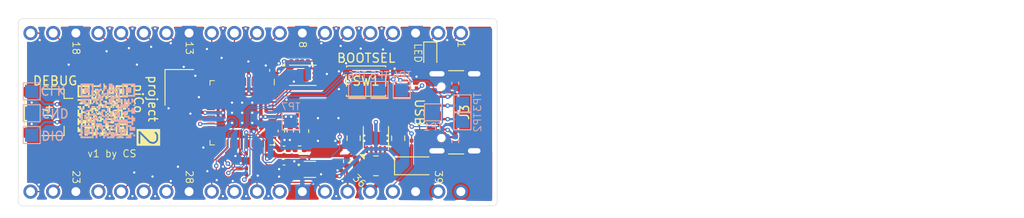
<source format=kicad_pcb>
(kicad_pcb (version 20240108) (generator "pcbnew") (generator_version "8.0")
  (layers (0 "F.Cu" signal) (31 "B.Cu" signal) (34 "B.Paste" user) (35 "F.Paste" user) (36 "B.SilkS" user "B.Silkscreen") (37 "F.SilkS" user "F.Silkscreen") (38 "B.Mask" user) (39 "F.Mask" user) (44 "Edge.Cuts" user))
  (net 0 "")
  (net 1 "GND")
  (net 2 "VS")
  (net 3 "+3V3")
  (net 4 "VBUS")
  (net 5 "Net-(D2-A)")
  (net 6 "GPIO4")
  (net 7 "GPIO7")
  (net 8 "GPIO6")
  (net 9 "GPIO8")
  (net 10 "GPIO14")
  (net 11 "GPIO1")
  (net 12 "GPIO2")
  (net 13 "GPIO15")
  (net 14 "GPIO9")
  (net 15 "GPIO11")
  (net 16 "GPIO0")
  (net 17 "GPIO3")
  (net 18 "GPIO10")
  (net 19 "GPIO5")
  (net 20 "GPIO12")
  (net 21 "GPIO18")
  (net 22 "/3V3_EN")
  (net 23 "GPIO26_ADC0")
  (net 24 "GPIO16")
  (net 25 "GPIO22")
  (net 26 "GPIO21")
  (net 27 "GPIO28_ADC2")
  (net 28 "RUN")
  (net 29 "ADC_VREF")
  (net 30 "GPIO17")
  (net 31 "GPIO20")
  (net 32 "GPIO27_ADC1")
  (net 33 "GPIO19")
  (net 34 "USB_DM")
  (net 35 "USB_DP")
  (net 36 "Net-(J3-CC2)")
  (net 38 "Net-(J3-CC1)")
  (net 40 "Net-(U2-LX2)")
  (net 41 "Net-(U2-LX1)")
  (net 42 "GPIO24")
  (net 43 "GPIO23")
  (net 44 "GPIO13")
  (net 45 "Net-(Q1-D)")
  (net 46 "XIN")
  (net 47 "Net-(C17-Pad1)")
  (net 48 "GPIO25")
  (net 49 "QSPI_SS")
  (net 50 "Net-(SW1-A)")
  (net 51 "QSPI_SD1")
  (net 52 "QSPI_SD0")
  (net 53 "QSPI_SD3")
  (net 54 "QSPI_SCLK")
  (net 55 "QSPI_SD2")
  (net 57 "GPIO29_ADC3")
  (net 58 "XOUT")
  (net 59 "Net-(U1-VREG_AVDD)")
  (net 60 "+1V1")
  (net 61 "Net-(U1-ADC_AVDD)")
  (net 62 "Net-(U1-USB_DP)")
  (net 63 "SD")
  (net 64 "Net-(U1-USB_DM)")
  (net 65 "SC")
  (net 66 "SWDIO")
  (net 67 "SWCLK")
  (net 68 "Net-(U1-VREG_LX)")
  (footprint "Resistor_SMD:R_0201_0603Metric" (layer "F.Cu") (at 143.9 107 -135)
    (property "Reference" "R18" (hide yes))
    (property "Value" "100R")
  )
  (footprint "Crystal:Crystal_SMD_SeikoEpson_FA238-4Pin_3.2x2.5mm" (layer "F.Cu") (at 143 101.7 -90)
    (property "Reference" "Y1" (hide yes))
    (property "Value" "ECS-120-8-33-JGN-TR")
  )
  (footprint "Diode_SMD:D_SOD-123F" (layer "F.Cu") (at 169.35 110.5)
    (property "Reference" "D1" (hide yes))
    (property "Value" "PMEG6010ELR")
  )
  (footprint "Inductor_SMD:L_1008_2520Metric" (layer "F.Cu") (at 165.05 110.5 180)
    (property "Reference" "L1" (hide yes))
    (property "Value" "SRN2512-2R2M")
  )
  (footprint "Inductor_SMD:L_0603_1608Metric" (layer "F.Cu") (at 157 106.6 -90)
    (property "Reference" "L2" (hide yes))
    (property "Value" "3u3")
  )
  (footprint "Capacitor_SMD:C_0201_0603Metric" (layer "F.Cu") (at 142.45 99.45)
    (property "Reference" "C16" (hide yes))
    (property "Value" "15p")
  )
  (footprint "Package_DFN_QFN:DFN-10-1EP_2.6x2.6mm_P0.5mm_EP1.3x2.2mm" (layer "F.Cu") (at 165.05 107.4 90)
    (property "Reference" "U2" (hide yes))
    (property "Value" "RT6150B-33GQW")
  )
  (footprint "Resistor_SMD:R_0201_0603Metric" (layer "F.Cu") (at 169.05 108 90)
    (property "Reference" "R2" (hide yes))
    (property "Value" "100k")
  )
  (footprint "Capacitor_SMD:C_0201_0603Metric" (layer "F.Cu") (at 145.5 103.35 180)
    (property "Reference" "C8" (hide yes))
    (property "Value" "100n")
  )
  (footprint "Capacitor_SMD:C_0805_2012Metric" (layer "F.Cu") (at 162.55 107.4 90)
    (property "Reference" "C2" (hide yes))
    (property "Value" "47u")
  )
  (footprint "Resistor_SMD:R_0201_0603Metric" (layer "F.Cu") (at 155.9 98.75)
    (property "Reference" "R4" (hide yes))
    (property "Value" "NO-FIT")
  )
  (footprint "Capacitor_SMD:C_0201_0603Metric" (layer "F.Cu") (at 145.5 107.85 -135)
    (property "Reference" "C14" (hide yes))
    (property "Value" "100n")
  )
  (footprint "Resistor_SMD:R_0201_0603Metric" (layer "F.Cu") (at 156 104.15 180)
    (property "Reference" "R13" (hide yes))
    (property "Value" "27R")
  )
  (footprint "Capacitor_SMD:C_0201_0603Metric" (layer "F.Cu") (at 148.75 100.05 90)
    (property "Reference" "C5" (hide yes))
    (property "Value" "100n")
  )
  (footprint "Resistor_SMD:R_0201_0603Metric" (layer "F.Cu") (at 149.8 111.1 -90)
    (property "Reference" "R1" (hide yes))
    (property "Value" "10k")
  )
  (footprint "Capacitor_SMD:C_0402_1005Metric" (layer "F.Cu") (at 154.45 106.6 -90)
    (property "Reference" "C20" (hide yes))
    (property "Value" "4u7")
  )
  (footprint "Capacitor_SMD:C_0805_2012Metric" (layer "F.Cu") (at 167.55 107.4 90)
    (property "Reference" "C1" (hide yes))
    (property "Value" "47u")
  )
  (footprint "Capacitor_SMD:C_0201_0603Metric" (layer "F.Cu") (at 150.5 109.45 -90)
    (property "Reference" "C12" (hide yes))
    (property "Value" "100n")
  )
  (footprint "Pico 2 C:CON_PICO_1-20" (layer "F.Cu") (at 150.45 95.61 -90)
    (property "Reference" "J1" (hide yes))
    (property "Value" "~")
  )
  (footprint "Capacitor_SMD:C_0201_0603Metric" (layer "F.Cu") (at 152.8 109.0168 -90)
    (property "Reference" "C6" (hide yes))
    (property "Value" "100n")
  )
  (footprint "Button_Switch_SMD:SW_SPST_PTS810" (layer "F.Cu") (at 163.95 101)
    (property "Reference" "SW1")
    (property "Value" "PTS810 SJK 250 SMTR LFS")
  )
  (footprint "Package_TO_SOT_SMD:SOT-523" (layer "F.Cu") (at 157.65 110.9)
    (property "Reference" "Q1" (hide yes))
    (property "Value" "DMG1012T-7")
  )
  (footprint "Fiducial:Fiducial_1mm_Mask2mm" (layer "F.Cu") (at 168.4 98.75)
    (property "Reference" "FID1" (hide yes))
    (property "Value" "Fiducial")
  )
  (footprint "Package_DFN_QFN:TDFN-8-1EP_3x2mm_P0.5mm_EP1.3x1.4mm" (layer "F.Cu") (at 156.85 100.35)
    (property "Reference" "U3" (hide yes))
    (property "Value" "W25Q32RVXHJQ TR")
  )
  (footprint "Resistor_SMD:R_0201_0603Metric" (layer "F.Cu") (at 143.5 106.55 -135)
    (property "Reference" "R19" (hide yes))
    (property "Value" "100R")
  )
  (footprint "Capacitor_SMD:C_0201_0603Metric" (layer "F.Cu") (at 154.432 103.6828 45)
    (property "Reference" "C10" (hide yes))
    (property "Value" "100n")
  )
  (footprint "Capacitor_SMD:C_0402_1005Metric" (layer "F.Cu") (at 154.75 108.65 180)
    (property "Reference" "C21" (hide yes))
    (property "Value" "4u7")
  )
  (footprint "Capacitor_SMD:C_0402_1005Metric" (layer "F.Cu") (at 154.75 110.05)
    (property "Reference" "C13" (hide yes))
    (property "Value" "4u7")
  )
  (footprint "Resistor_SMD:R_0402_1005Metric" (layer "F.Cu") (at 161.8 110 -90)
    (property "Reference" "R7" (hide yes))
    (property "Value" "200R")
  )
  (footprint "Resistor_SMD:R_0201_0603Metric" (layer "F.Cu") (at 168.8 101.5 -90)
    (property "Reference" "R3" (hide yes))
    (property "Value" "470R")
  )
  (footprint "Capacitor_SMD:C_0201_0603Metric" (layer "F.Cu") (at 155.1 111.65 180)
    (property "Reference" "C3" (hide yes))
    (property "Value" "1n")
  )
  (footprint "Resistor_SMD:R_0201_0603Metric" (layer "F.Cu") (at 143.8 104.05 180)
    (property "Reference" "R14" (hide yes))
    (property "Value" "1k")
  )
  (footprint "Resistor_SMD:R_0201_0603Metric" (layer "F.Cu") (at 169.6 101.5 90)
    (property "Reference" "R8" (hide yes))
    (property "Value" "100k")
  )
  (footprint "Capacitor_SMD:C_0402_1005Metric" (layer "F.Cu") (at 155.45 106.6 -90)
    (property "Reference" "C19" (hide yes))
    (property "Value" "4u7")
  )
  (footprint "Capacitor_SMD:C_0201_0603Metric" (layer "F.Cu") (at 149.85 109.45 -90)
    (property "Reference" "C7" (hide yes))
    (property "Value" "100n")
  )
  (footprint "Resistor_SMD:R_0201_0603Metric" (layer "F.Cu") (at 159.85 111)
    (property "Reference" "R6" (hide yes))
    (property "Value" "100k")
  )
  (footprint "Resistor_SMD:R_0402_1005Metric" (layer "F.Cu") (at 156.5 108.65 180)
    (property "Reference" "R17" (hide yes))
    (property "Value" "33R")
  )
  (footprint "Connector_JST:JST_SH_SM03B-SRSS-TB_1x03-1MP_P1.00mm_Horizontal" (layer "F.Cu") (at 128.3 104.5 -90)
    (property "Reference" "J4")
    (property "Value" "SM03B-SRSS-TB")
  )
  (footprint "Fiducial:Fiducial_1mm_Mask2mm" (layer "F.Cu") (at 130.6 109.7)
    (property "Reference" "FID2" (hide yes))
    (property "Value" "Fiducial")
  )
  (footprint "Capacitor_SMD:C_0201_0603Metric" (layer "F.Cu") (at 152.7 100.05 90)
    (property "Reference" "C4" (hide yes))
    (property "Value" "100n")
  )
  (footprint "Capacitor_SMD:C_0402_1005Metric" (layer "F.Cu") (at 153.5 99.8 90)
    (property "Reference" "C18" (hide yes))
    (property "Value" "4u7")
  )
  (footprint "Resistor_SMD:R_0201_0603Metric" (layer "F.Cu") (at 159.9 110.35 180)
    (property "Reference" "R9" (hide yes))
    (property "Value" "1R")
  )
  (footprint "Resistor_SMD:R_0201_0603Metric" (layer "F.Cu") (at 159.85 111.65 180)
    (property "Reference" "R5" (hide yes))
    (property "Value" "100k")
  )
  (footprint "Resistor_SMD:R_0201_0603Metric" (layer "F.Cu") (at 150.52 111.1 90)
    (property "Reference" "R10" (hide yes))
    (property "Value" "5k6")
  )
  (footprint "Capacitor_SMD:C_0201_0603Metric" (layer "F.Cu") (at 145.15 104.5 180)
    (property "Reference" "C9" (hide yes))
    (property "Value" "4u7")
  )
  (footprint "Resistor_SMD:R_0201_0603Metric" (layer "F.Cu") (at 157.1 98.75 180)
    (property "Reference" "R11" (hide yes))
    (property "Value" "1k")
  )
  (footprint "Pico 2 C:RP2350-QFN-60-1EP_7x7_P0.4mm_EP3.4x3.4mm_ThermalVias" (layer "F.Cu") (at 150.05 104.55 -90)
    (property "Reference" "U1" (hide yes))
    (property "Value" "RP2350_60QFN")
  )
  (footprint "Capacitor_SMD:C_0201_0603Metric" (layer "F.Cu") (at 150.75 99.6 90)
    (property "Reference" "C11" (hide yes))
    (property "Value" "100n")
  )
  (footprint "Resistor_SMD:R_0201_0603Metric" (layer "F.Cu") (at 155.1 110.9 180)
    (property "Reference" "R16" (hide yes))
    (property "Value" "100k")
  )
  (footprint "Resistor_SMD:R_0201_0603Metric" (layer "F.Cu") (at 156 103.4 180)
    (property "Reference" "R12" (hide yes))
    (property "Value" "27R")
  )
  (footprint "Connector_USB:USB_C_Receptacle_GCT_USB4105-xx-A_16P_TopMnt_Horizontal" (layer "F.Cu") (at 175 104.5 90)
    (property "Reference" "J3")
    (property "Value" "USB_C_Receptacle_USB2.0_16P")
  )
  (footprint "Capacitor_SMD:C_0201_0603Metric" (layer "F.Cu") (at 159.4 99.6)
    (property "Reference" "C15" (hide yes))
    (property "Value" "100n")
  )
  (footprint "LED_SMD:LED_0603_1608Metric" (layer "F.Cu") (at 171.15 98.1 -90)
    (property "Reference" "D2" (hide yes))
    (property "Value" "LTST-C191KGKT")
  )
  (footprint "Capacitor_SMD:C_0201_0603Metric" (layer "F.Cu") (at 142.65 104.05 180)
    (property "Reference" "C17" (hide yes))
    (property "Value" "15p")
  )
  (footprint "Pico 2 C:CON_PICO_21-40" (layer "F.Cu") (at 150.45 113.39 -90)
    (property "Reference" "J2" (hide yes))
    (property "Value" "~")
  )
  (footprint "TestPoint:TestPoint_Pad_1.5x1.5mm" (layer "B.Cu") (at 155.4988 105.5116 180)
    (property "Reference" "TP7")
    (property "Value" "TestPoint")
  )
  (footprint "TestPoint:TestPoint_Pad_1.5x1.5mm" (layer "B.Cu") (at 126.45 104.6 180)
    (property "Reference" "TP9" (hide yes))
    (property "Value" "TestPoint")
  )
  (footprint "TestPoint:TestPoint_Pad_1.5x1.5mm" (layer "B.Cu") (at 165.45 102 180)
    (property "Reference" "TP5")
    (property "Value" "TestPoint")
  )
  (footprint "TestPoint:TestPoint_Pad_1.5x1.5mm" (layer "B.Cu") (at 126.45 102.15 180)
    (property "Reference" "TP8" (hide yes))
    (property "Value" "TestPoint")
  )
  (footprint "TestPoint:TestPoint_Pad_1.5x1.5mm" (layer "B.Cu") (at 162.95 102 180)
    (property "Reference" "TP6")
    (property "Value" "TestPoint")
  )
  (footprint "TestPoint:TestPoint_Pad_1.5x1.5mm" (layer "B.Cu") (at 126.45 107.05 180)
    (property "Reference" "TP10" (hide yes))
    (property "Value" "TestPoint")
  )
  (footprint "TestPoint:TestPoint_Pad_1.5x1.5mm" (layer "B.Cu") (at 174.75 105.5 180)
    (property "Reference" "TP2")
    (property "Value" "TestPoint")
  )
  (footprint "Resistor_SMD:R_0402_1005Metric" (layer "B.Cu") (at 173.95 107.75 -90)
    (property "Reference" "R20" (hide yes))
    (property "Value" "5k1")
  )
  (footprint "TestPoint:TestPoint_Pad_1.5x1.5mm" (layer "B.Cu") (at 167.95 102 180)
    (property "Reference" "TP4")
    (property "Value" "TestPoint")
  )
  (footprint "TestPoint:TestPoint_Pad_1.5x1.5mm" (layer "B.Cu") (at 171.45 104.5 180)
    (property "Reference" "TP1")
    (property "Value" "TestPoint")
  )
  (footprint "TestPoint:TestPoint_Pad_1.5x1.5mm" (layer "B.Cu") (at 174.75 103.5 180)
    (property "Reference" "TP3")
    (property "Value" "TestPoint")
  )
  (footprint "Resistor_SMD:R_0402_1005Metric" (layer "B.Cu") (at 173.95 101.25 90)
    (property "Reference" "R21" (hide yes))
    (property "Value" "5k1")
  )
  (gr_poly (pts (xy 133.4008 102.751467) (xy 131.919133 102.751467) (xy 131.919133 102.5398) (xy 132.1308 102.5398) (xy 133.189133 102.5398) (xy 133.189133 101.481467) (xy 132.1308 101.481467) (xy 132.1308 102.5398) (xy 131.919133 102.5398) (xy 131.919133 101.2698) (xy 133.4008 101.2698)) (stroke (width -0.000001)) (fill solid) (layer "B.SilkS"))
  (gr_poly (pts (xy 132.342467 104.233134) (xy 131.919133 104.233134) (xy 131.919133 104.021467) (xy 132.342467 104.021467)) (stroke (width -0.000001)) (fill solid) (layer "B.SilkS"))
  (gr_poly (pts (xy 134.0358 105.503133) (xy 133.824133 105.503133) (xy 133.824133 105.291467) (xy 134.0358 105.291467)) (stroke (width -0.000001)) (fill solid) (layer "B.SilkS"))
  (gr_poly (pts (xy 136.787466 106.138133) (xy 136.5758 106.138133) (xy 136.5758 105.926467) (xy 136.787466 105.926467)) (stroke (width -0.000001)) (fill solid) (layer "B.SilkS"))
  (gr_poly (pts (xy 132.554133 104.656467) (xy 132.342467 104.656467) (xy 132.342467 104.4448) (xy 132.554133 104.4448)) (stroke (width -0.000001)) (fill solid) (layer "B.SilkS"))
  (gr_poly (pts (xy 132.554133 105.0798) (xy 132.7658 105.0798) (xy 132.7658 104.868133) (xy 132.977467 104.868133) (xy 132.977467 105.291467) (xy 133.189133 105.291467) (xy 133.189133 105.0798) (xy 133.612466 105.0798) (xy 133.612466 104.868133) (xy 133.824133 104.868133) (xy 133.824133 105.291467) (xy 133.612466 105.291467) (xy 133.612466 105.7148) (xy 132.554133 105.7148) (xy 132.554133 105.503133) (xy 132.7658 105.503133) (xy 132.977467 105.503133) (xy 133.189133 105.503133) (xy 133.4008 105.503133) (xy 133.4008 105.291467) (xy 133.189133 105.291467) (xy 133.189133 105.503133) (xy 132.977467 105.503133) (xy 132.977467 105.291467) (xy 132.7658 105.291467) (xy 132.7658 105.503133) (xy 132.554133 105.503133) (xy 132.554133 105.291467) (xy 132.342467 105.291467) (xy 132.342467 104.868133) (xy 132.554133 104.868133)) (stroke (width -0.000001)) (fill solid) (layer "B.SilkS"))
  (gr_poly (pts (xy 135.517466 105.0798) (xy 135.3058 105.0798) (xy 135.3058 104.868133) (xy 135.094133 104.868133) (xy 135.094133 104.656467) (xy 135.3058 104.656467) (xy 135.3058 104.4448) (xy 135.517466 104.4448)) (stroke (width -0.000001)) (fill solid) (layer "B.SilkS"))
  (gr_poly (pts (xy 134.6708 103.386467) (xy 134.459133 103.386467) (xy 134.459133 103.1748) (xy 134.6708 103.1748)) (stroke (width -0.000001)) (fill solid) (layer "B.SilkS"))
  (gr_poly (pts (xy 133.612466 104.021467) (xy 133.189133 104.021467) (xy 133.189133 103.8098) (xy 133.612466 103.8098)) (stroke (width -0.000001)) (fill solid) (layer "B.SilkS"))
  (gr_poly (pts (xy 135.094133 105.291467) (xy 134.882467 105.291467) (xy 134.882467 105.503133) (xy 135.3058 105.503133) (xy 135.3058 105.7148) (xy 135.094133 105.7148) (xy 135.094133 105.926467) (xy 134.882467 105.926467) (xy 134.882467 105.7148) (xy 134.459133 105.7148) (xy 134.459133 105.291467) (xy 134.6708 105.291467) (xy 134.6708 105.0798) (xy 134.882467 105.0798) (xy 134.882467 104.868133) (xy 135.094133 104.868133)) (stroke (width -0.000001)) (fill solid) (layer "B.SilkS"))
  (gr_poly (pts (xy 134.882467 101.9048) (xy 134.6708 101.9048) (xy 134.6708 102.116467) (xy 134.459133 102.116467) (xy 134.459133 101.693134) (xy 134.6708 101.693134) (xy 134.6708 101.481467) (xy 134.882467 101.481467)) (stroke (width -0.000001)) (fill solid) (layer "B.SilkS"))
  (gr_poly (pts (xy 134.6708 104.4448) (xy 134.459133 104.4448) (xy 134.459133 104.868133) (xy 134.247466 104.868133) (xy 134.247466 104.656467) (xy 134.0358 104.656467) (xy 134.0358 104.4448) (xy 134.247466 104.4448) (xy 134.247466 104.233134) (xy 134.6708 104.233134)) (stroke (width -0.000001)) (fill solid) (layer "B.SilkS"))
  (gr_poly (pts (xy 137.8458 106.9848) (xy 137.634133 106.9848) (xy 137.634133 107.408134) (xy 136.999133 107.408134) (xy 136.999133 107.196467) (xy 137.2108 107.196467) (xy 137.2108 106.9848) (xy 137.422466 106.9848) (xy 137.422466 106.773133) (xy 137.8458 106.773133)) (stroke (width -0.000001)) (fill solid) (layer "B.SilkS"))
  (gr_poly (pts (xy 135.729133 104.4448) (xy 135.517466 104.4448) (xy 135.517466 104.233134) (xy 135.729133 104.233134)) (stroke (width -0.000001)) (fill solid) (layer "B.SilkS"))
  (gr_poly (pts (xy 138.057467 102.751467) (xy 136.5758 102.751467) (xy 136.5758 102.5398) (xy 136.787466 102.5398) (xy 137.8458 102.5398) (xy 137.8458 101.481467) (xy 136.787466 101.481467) (xy 136.787466 102.5398) (xy 136.5758 102.5398) (xy 136.5758 101.2698) (xy 138.057467 101.2698)) (stroke (width -0.000001)) (fill solid) (layer "B.SilkS"))
  (gr_poly (pts (xy 135.517466 103.8098) (xy 135.3058 103.8098) (xy 135.3058 103.598133) (xy 135.517466 103.598133)) (stroke (width -0.000001)) (fill solid) (layer "B.SilkS"))
  (gr_poly (pts (xy 133.4008 104.4448) (xy 133.189133 104.4448) (xy 133.189133 104.233134) (xy 133.4008 104.233134)) (stroke (width -0.000001)) (fill solid) (layer "B.SilkS"))
  (gr_poly (pts (xy 132.977467 104.4448) (xy 132.554133 104.4448) (xy 132.554133 104.233134) (xy 132.977467 104.233134)) (stroke (width -0.000001)) (fill solid) (layer "B.SilkS"))
  (gr_poly (pts (xy 132.977467 102.328134) (xy 132.342467 102.328134) (xy 132.342467 101.693134) (xy 132.977467 101.693134)) (stroke (width -0.000001)) (fill solid) (layer "B.SilkS"))
  (gr_poly (pts (xy 134.882467 104.868133) (xy 134.6708 104.868133) (xy 134.6708 104.656467) (xy 134.882467 104.656467)) (stroke (width -0.000001)) (fill solid) (layer "B.SilkS"))
  (gr_poly (pts (xy 137.422466 104.233134) (xy 137.634133 104.233134) (xy 137.634133 104.021467) (xy 137.8458 104.021467) (xy 137.8458 104.233134) (xy 138.057467 104.233134) (xy 138.057467 104.656467) (xy 137.634133 104.656467) (xy 137.634133 104.4448) (xy 137.2108 104.4448) (xy 137.2108 104.021467) (xy 137.422466 104.021467)) (stroke (width -0.000001)) (fill solid) (layer "B.SilkS"))
  (gr_poly (pts (xy 133.4008 107.408134) (xy 131.919133 107.408134) (xy 131.919133 107.196467) (xy 132.1308 107.196467) (xy 133.189133 107.196467) (xy 133.189133 106.138133) (xy 132.1308 106.138133) (xy 132.1308 107.196467) (xy 131.919133 107.196467) (xy 131.919133 105.926467) (xy 133.4008 105.926467)) (stroke (width -0.000001)) (fill solid) (layer "B.SilkS"))
  (gr_poly (pts (xy 133.824133 104.656467) (xy 133.612466 104.656467) (xy 133.612466 104.4448) (xy 133.824133 104.4448)) (stroke (width -0.000001)) (fill solid) (layer "B.SilkS"))
  (gr_poly (pts (xy 135.729133 106.138133) (xy 135.517466 106.138133) (xy 135.517466 106.3498) (xy 135.3058 106.3498) (xy 135.3058 106.138133) (xy 135.094133 106.138133) (xy 135.094133 105.926467) (xy 135.729133 105.926467)) (stroke (width -0.000001)) (fill solid) (layer "B.SilkS"))
  (gr_poly (pts (xy 135.517466 101.481467) (xy 135.729133 101.481467) (xy 135.729133 101.693134) (xy 135.517466 101.693134) (xy 135.517466 101.9048) (xy 135.729133 101.9048) (xy 135.729133 101.693134) (xy 136.364133 101.693134) (xy 136.364133 102.116467) (xy 136.152466 102.116467) (xy 136.152466 102.328134) (xy 135.729133 102.328134) (xy 135.729133 102.116467) (xy 135.9408 102.116467) (xy 136.152466 102.116467) (xy 136.152466 101.9048) (xy 135.9408 101.9048) (xy 135.9408 102.116467) (xy 135.729133 102.116467) (xy 135.094133 102.116467) (xy 135.094133 102.328134) (xy 135.3058 102.328134) (xy 135.3058 102.5398) (xy 135.094133 102.5398) (xy 135.094133 102.963133) (xy 134.882467 102.963133) (xy 134.882467 102.5398) (xy 134.6708 102.5398) (xy 134.6708 102.751467) (xy 134.459133 102.751467) (xy 134.459133 102.5398) (xy 134.247466 102.5398) (xy 134.247466 102.328134) (xy 134.882467 102.328134) (xy 134.882467 101.9048) (xy 135.3058 101.9048) (xy 135.3058 101.693134) (xy 135.094133 101.693134) (xy 135.094133 101.2698) (xy 135.517466 101.2698)) (stroke (width -0.000001)) (fill solid) (layer "B.SilkS"))
  (gr_poly (pts (xy 138.057467 103.8098) (xy 137.8458 103.8098) (xy 137.8458 103.598133) (xy 138.057467 103.598133)) (stroke (width -0.000001)) (fill solid) (layer "B.SilkS"))
  (gr_poly (pts (xy 133.612466 104.868133) (xy 132.977467 104.868133) (xy 132.977467 104.656467) (xy 133.612466 104.656467)) (stroke (width -0.000001)) (fill solid) (layer "B.SilkS"))
  (gr_poly (pts (xy 137.634133 102.328134) (xy 136.999133 102.328134) (xy 136.999133 101.693134) (xy 137.634133 101.693134)) (stroke (width -0.000001)) (fill solid) (layer "B.SilkS"))
  (gr_poly (pts (xy 134.6708 101.481467) (xy 134.459133 101.481467) (xy 134.459133 101.2698) (xy 134.6708 101.2698)) (stroke (width -0.000001)) (fill solid) (layer "B.SilkS"))
  (gr_poly (pts (xy 135.094133 104.4448) (xy 134.882467 104.4448) (xy 134.882467 104.021467) (xy 135.094133 104.021467)) (stroke (width -0.000001)) (fill solid) (layer "B.SilkS"))
  (gr_poly (pts (xy 134.247466 102.116467) (xy 134.0358 102.116467) (xy 134.0358 102.5398) (xy 133.824133 102.5398) (xy 133.824133 102.751467) (xy 133.612466 102.751467) (xy 133.612466 102.328134) (xy 133.824133 102.328134) (xy 133.824133 102.116467) (xy 133.612466 102.116467) (xy 133.612466 101.9048) (xy 134.247466 101.9048)) (stroke (width -0.000001)) (fill solid) (layer "B.SilkS"))
  (gr_poly (pts (xy 135.729133 104.021467) (xy 135.517466 104.021467) (xy 135.517466 103.8098) (xy 135.729133 103.8098)) (stroke (width -0.000001)) (fill solid) (layer "B.SilkS"))
  (gr_poly (pts (xy 138.057467 107.196467) (xy 137.8458 107.196467) (xy 137.8458 106.9848) (xy 138.057467 106.9848)) (stroke (width -0.000001)) (fill solid) (layer "B.SilkS"))
  (gr_poly (pts (xy 134.247466 105.926467) (xy 134.6708 105.926467) (xy 134.6708 106.138133) (xy 134.459133 106.138133) (xy 134.459133 106.561467) (xy 134.247466 106.561467) (xy 134.247466 106.3498) (xy 134.0358 106.3498) (xy 134.0358 105.926467) (xy 133.824133 105.926467) (xy 133.824133 106.138133) (xy 133.612466 106.138133) (xy 133.612466 105.7148) (xy 134.247466 105.7148)) (stroke (width -0.000001)) (fill solid) (layer "B.SilkS"))
  (gr_poly (pts (xy 136.999133 103.1748) (xy 137.2108 103.1748) (xy 137.2108 102.963133) (xy 137.422466 102.963133) (xy 137.422466 103.386467) (xy 137.634133 103.386467) (xy 137.634133 103.598133) (xy 137.422466 103.598133) (xy 137.422466 103.8098) (xy 137.2108 103.8098) (xy 137.2108 104.021467) (xy 136.5758 104.021467) (xy 136.5758 104.233134) (xy 136.152466 104.233134) (xy 136.152466 103.8098) (xy 136.364133 103.8098) (xy 136.364133 103.598133) (xy 136.787466 103.598133) (xy 136.999133 103.598133) (xy 137.2108 103.598133) (xy 137.2108 103.386467) (xy 136.999133 103.386467) (xy 136.999133 103.598133) (xy 136.787466 103.598133) (xy 136.787466 102.963133) (xy 136.999133 102.963133)) (stroke (width -0.000001)) (fill solid) (layer "B.SilkS"))
  (gr_poly (pts (xy 133.189133 104.233134) (xy 132.977467 104.233134) (xy 132.977467 104.021467) (xy 133.189133 104.021467)) (stroke (width -0.000001)) (fill solid) (layer "B.SilkS"))
  (gr_poly (pts (xy 134.247466 101.693134) (xy 134.0358 101.693134) (xy 134.0358 101.2698) (xy 134.247466 101.2698)) (stroke (width -0.000001)) (fill solid) (layer "B.SilkS"))
  (gr_poly (pts (xy 133.824133 106.773133) (xy 134.247466 106.773133) (xy 134.247466 107.196467) (xy 134.0358 107.196467) (xy 134.0358 106.9848) (xy 133.824133 106.9848) (xy 133.824133 107.408134) (xy 133.612466 107.408134) (xy 133.612466 106.3498) (xy 133.824133 106.3498)) (stroke (width -0.000001)) (fill solid) (layer "B.SilkS"))
  (gr_poly (pts (xy 134.247466 105.0798) (xy 134.0358 105.0798) (xy 134.0358 104.868133) (xy 134.247466 104.868133)) (stroke (width -0.000001)) (fill solid) (layer "B.SilkS"))
  (gr_poly (pts (xy 136.364133 102.963133) (xy 136.5758 102.963133) (xy 136.5758 103.386467) (xy 136.152466 103.386467) (xy 136.152466 103.8098) (xy 135.729133 103.8098) (xy 135.729133 103.598133) (xy 135.9408 103.598133) (xy 135.9408 103.1748) (xy 136.152466 103.1748) (xy 136.152466 102.963133) (xy 135.729133 102.963133) (xy 135.729133 103.1748) (xy 135.517466 103.1748) (xy 135.517466 103.386467) (xy 135.3058 103.386467) (xy 135.3058 103.598133) (xy 134.882467 103.598133) (xy 134.882467 103.8098) (xy 134.6708 103.8098) (xy 134.6708 104.021467) (xy 134.459133 104.021467) (xy 134.459133 103.598133) (xy 134.6708 103.598133) (xy 134.6708 103.386467) (xy 135.094133 103.386467) (xy 135.094133 102.963133) (xy 135.3058 102.963133) (xy 135.3058 102.5398) (xy 135.517466 102.5398) (xy 135.517466 102.751467) (xy 135.729133 102.751467) (xy 135.729133 102.5398) (xy 135.9408 102.5398) (xy 135.9408 102.751467) (xy 136.152466 102.751467) (xy 136.152466 102.328134) (xy 136.364133 102.328134)) (stroke (width -0.000001)) (fill solid) (layer "B.SilkS"))
  (gr_poly (pts (xy 132.7658 104.868133) (xy 132.554133 104.868133) (xy 132.554133 104.656467) (xy 132.7658 104.656467)) (stroke (width -0.000001)) (fill solid) (layer "B.SilkS"))
  (gr_poly (pts (xy 132.1308 105.7148) (xy 131.919133 105.7148) (xy 131.919133 104.656467) (xy 132.1308 104.656467)) (stroke (width -0.000001)) (fill solid) (layer "B.SilkS"))
  (gr_poly (pts (xy 136.152466 104.4448) (xy 136.364133 104.4448) (xy 136.364133 105.0798) (xy 136.152466 105.0798) (xy 136.152466 105.291467) (xy 137.2108 105.291467) (xy 137.2108 105.0798) (xy 136.787466 105.0798) (xy 136.787466 104.656467) (xy 136.5758 104.656467) (xy 136.5758 104.4448) (xy 137.2108 104.4448) (xy 137.2108 104.656467) (xy 136.999133 104.656467) (xy 136.999133 104.868133) (xy 137.422466 104.868133) (xy 137.422466 105.0798) (xy 137.634133 105.0798) (xy 137.634133 104.868133) (xy 137.8458 104.868133) (xy 137.8458 105.0798) (xy 138.057467 105.0798) (xy 138.057467 105.503133) (xy 137.8458 105.503133) (xy 137.8458 105.926467) (xy 137.634133 105.926467) (xy 137.634133 106.138133) (xy 138.057467 106.138133) (xy 138.057467 106.561467) (xy 137.422466 106.561467) (xy 137.422466 106.138133) (xy 137.2108 106.138133) (xy 137.2108 106.561467) (xy 136.999133 106.561467) (xy 136.999133 106.9848) (xy 136.5758 106.9848) (xy 136.5758 107.196467) (xy 136.787466 107.196467) (xy 136.787466 107.408134) (xy 135.9408 107.408134) (xy 135.9408 107.196467) (xy 136.152466 107.196467) (xy 136.152466 106.9848) (xy 136.364133 106.9848) (xy 136.364133 106.773133) (xy 136.5758 106.773133) (xy 136.787466 106.773133) (xy 136.787466 106.561467) (xy 136.5758 106.561467) (xy 136.5758 106.773133) (xy 136.364133 106.773133) (xy 136.152466 106.773133) (xy 136.152466 106.3498) (xy 136.364133 106.3498) (xy 136.999133 106.3498) (xy 136.999133 105.926467) (xy 137.2108 105.926467) (xy 137.634133 105.926467) (xy 137.634133 105.7148) (xy 137.2108 105.7148) (xy 137.2108 105.926467) (xy 136.999133 105.926467) (xy 136.999133 105.7148) (xy 136.364133 105.7148) (xy 136.364133 106.3498) (xy 136.152466 106.3498) (xy 136.152466 106.138133) (xy 135.9408 106.138133) (xy 135.9408 105.926467) (xy 135.729133 105.926467) (xy 135.729133 105.7148) (xy 136.152466 105.7148) (xy 136.152466 105.503133) (xy 137.2108 105.503133) (xy 137.634133 105.503133) (xy 137.634133 105.291467) (xy 137.2108 105.291467) (xy 137.2108 105.503133) (xy 136.152466 105.503133) (xy 135.3058 105.503133) (xy 135.3058 105.291467) (xy 135.517466 105.291467) (xy 135.517466 105.0798) (xy 135.729133 105.0798) (xy 135.729133 105.291467) (xy 135.9408 105.291467) (xy 135.9408 104.868133) (xy 136.152466 104.868133) (xy 136.152466 104.656467) (xy 135.9408 104.656467) (xy 135.9408 104.868133) (xy 135.729133 104.868133) (xy 135.729133 104.4448) (xy 135.9408 104.4448) (xy 135.9408 104.233134) (xy 136.152466 104.233134)) (stroke (width -0.000001)) (fill solid) (layer "B.SilkS"))
  (gr_poly (pts (xy 134.6708 105.0798) (xy 134.459133 105.0798) (xy 134.459133 104.868133) (xy 134.6708 104.868133)) (stroke (width -0.000001)) (fill solid) (layer "B.SilkS"))
  (gr_poly (pts (xy 133.4008 103.598133) (xy 133.189133 103.598133) (xy 133.189133 103.386467) (xy 133.4008 103.386467)) (stroke (width -0.000001)) (fill solid) (layer "B.SilkS"))
  (gr_poly (pts (xy 135.729133 102.5398) (xy 135.517466 102.5398) (xy 135.517466 102.328134) (xy 135.729133 102.328134)) (stroke (width -0.000001)) (fill solid) (layer "B.SilkS"))
  (gr_poly (pts (xy 135.3058 106.773133) (xy 136.152466 106.773133) (xy 136.152466 106.9848) (xy 135.9408 106.9848) (xy 135.9408 107.196467) (xy 135.729133 107.196467) (xy 135.729133 107.408134) (xy 134.882467 107.408134) (xy 134.882467 107.196467) (xy 135.3058 107.196467) (xy 135.3058 106.9848) (xy 134.882467 106.9848) (xy 134.882467 107.196467) (xy 134.6708 107.196467) (xy 134.6708 107.408134) (xy 134.459133 107.408134) (xy 134.459133 106.9848) (xy 134.6708 106.9848) (xy 134.6708 106.773133) (xy 134.459133 106.773133) (xy 134.459133 106.561467) (xy 134.882467 106.561467) (xy 134.882467 106.773133) (xy 135.094133 106.773133) (xy 135.094133 106.3498) (xy 135.3058 106.3498)) (stroke (width -0.000001)) (fill solid) (layer "B.SilkS"))
  (gr_poly (pts (xy 134.247466 103.598133) (xy 134.0358 103.598133) (xy 134.0358 103.1748) (xy 134.247466 103.1748)) (stroke (width -0.000001)) (fill solid) (layer "B.SilkS"))
  (gr_poly (pts (xy 137.8458 103.386467) (xy 137.634133 103.386467) (xy 137.634133 102.963133) (xy 137.8458 102.963133)) (stroke (width -0.000001)) (fill solid) (layer "B.SilkS"))
  (gr_poly (pts (xy 132.977467 106.9848) (xy 132.342467 106.9848) (xy 132.342467 106.3498) (xy 132.977467 106.3498)) (stroke (width -0.000001)) (fill solid) (layer "B.SilkS"))
  (gr_poly (pts (xy 135.3058 104.021467) (xy 135.094133 104.021467) (xy 135.094133 103.8098) (xy 135.3058 103.8098)) (stroke (width -0.000001)) (fill solid) (layer "B.SilkS"))
  (gr_poly (pts (xy 132.977467 103.8098) (xy 132.7658 103.8098) (xy 132.7658 103.598133) (xy 132.1308 103.598133) (xy 132.1308 103.386467) (xy 132.554133 103.386467) (xy 132.7658 103.386467) (xy 132.7658 103.1748) (xy 132.554133 103.1748) (xy 132.554133 103.386467) (xy 132.1308 103.386467) (xy 131.919133 103.386467) (xy 131.919133 102.963133) (xy 132.977467 102.963133)) (stroke (width -0.000001)) (fill solid) (layer "B.SilkS"))
  (gr_poly (pts (xy 134.247466 104.021467) (xy 134.0358 104.021467) (xy 134.0358 104.233134) (xy 133.824133 104.233134) (xy 133.824133 103.8098) (xy 134.247466 103.8098)) (stroke (width -0.000001)) (fill solid) (layer "B.SilkS"))
  (gr_poly (pts (xy 135.729133 103.598133) (xy 135.517466 103.598133) (xy 135.517466 103.386467) (xy 135.729133 103.386467)) (stroke (width -0.000001)) (fill solid) (layer "B.SilkS"))
  (gr_poly (pts (xy 135.9408 106.561467) (xy 135.517466 106.561467) (xy 135.517466 106.3498) (xy 135.729133 106.3498) (xy 135.729133 106.138133) (xy 135.9408 106.138133)) (stroke (width -0.000001)) (fill solid) (layer "B.SilkS"))
  (gr_poly (pts (xy 133.824133 101.693134) (xy 133.612466 101.693134) (xy 133.612466 101.481467) (xy 133.824133 101.481467)) (stroke (width -0.000001)) (fill solid) (layer "B.SilkS"))
  (gr_poly (pts (xy 134.247466 102.751467) (xy 134.459133 102.751467) (xy 134.459133 103.1748) (xy 134.247466 103.1748) (xy 134.247466 102.963133) (xy 134.0358 102.963133) (xy 134.0358 103.1748) (xy 133.824133 103.1748) (xy 133.824133 103.598133) (xy 133.612466 103.598133) (xy 133.612466 103.1748) (xy 133.189133 103.1748) (xy 133.189133 102.963133) (xy 133.824133 102.963133) (xy 133.824133 102.751467) (xy 134.0358 102.751467) (xy 134.0358 102.5398) (xy 134.247466 102.5398)) (stroke (width -0.000001)) (fill solid) (layer "B.SilkS"))
  (gr_poly (pts (xy 134.509933 101.851021) (xy 134.509933 101.461555) (xy 134.704666 101.461555) (xy 134.704666 101.851021)) (stroke (width -0.000001)) (fill solid) (layer "F.SilkS"))
  (gr_poly (pts (xy 137.041466 104.772021) (xy 137.041466 104.966754) (xy 136.846733 104.966754) (xy 136.846733 104.772021) (xy 136.651999 104.772021) (xy 136.651999 104.966754) (xy 136.846733 104.966754) (xy 136.846733 105.550954) (xy 136.457266 105.550954) (xy 136.457266 105.356221) (xy 136.262533 105.356221) (xy 136.262533 104.966754) (xy 136.457266 104.966754) (xy 136.457266 105.161488) (xy 136.457266 105.356221) (xy 136.651999 105.356221) (xy 136.651999 105.161488) (xy 136.457266 105.161488) (xy 136.457266 104.966754) (xy 136.457266 104.382554) (xy 136.262533 104.382554) (xy 136.262533 104.577288) (xy 136.0678 104.577288) (xy 136.0678 104.382554) (xy 135.678333 104.382554) (xy 135.678333 104.187821) (xy 136.0678 104.187821) (xy 136.0678 103.993088) (xy 135.873066 103.993088) (xy 135.873066 103.798355) (xy 136.0678 103.798355) (xy 136.0678 103.603621) (xy 136.262533 103.603621) (xy 136.262533 104.187821) (xy 136.651999 104.187821) (xy 136.651999 104.577288) (xy 136.846733 104.577288) (xy 136.846733 104.382554) (xy 137.236199 104.382554) (xy 137.236199 104.772021)) (stroke (width -0.000001)) (fill solid) (layer "F.SilkS"))
  (gr_poly (pts (xy 132.757333 105.940421) (xy 132.757333 105.745688) (xy 132.952066 105.745688) (xy 132.952066 105.940421)) (stroke (width -0.000001)) (fill solid) (layer "F.SilkS"))
  (gr_poly (pts (xy 133.731 103.993088) (xy 133.731 103.798355) (xy 133.925733 103.798355) (xy 133.925733 103.993088)) (stroke (width -0.000001)) (fill solid) (layer "F.SilkS"))
  (gr_poly (pts (xy 131.588933 102.824688) (xy 131.588933 101.461555) (xy 131.783666 101.461555) (xy 131.783666 101.656288) (xy 131.783666 102.629954) (xy 132.757333 102.629954) (xy 132.757333 101.656288) (xy 131.783666 101.656288) (xy 131.783666 101.461555) (xy 132.952066 101.461555) (xy 132.952066 102.824688)) (stroke (width -0.000001)) (fill solid) (layer "F.SilkS"))
  (gr_poly (pts (xy 131.9784 106.914088) (xy 131.9784 106.719354) (xy 131.588933 106.719354) (xy 131.588933 106.135154) (xy 131.783666 106.135154) (xy 131.783666 106.329888) (xy 131.9784 106.329888) (xy 131.9784 106.524621) (xy 132.173133 106.524621) (xy 132.173133 106.914088)) (stroke (width -0.000001)) (fill solid) (layer "F.SilkS"))
  (gr_poly (pts (xy 132.757333 104.966754) (xy 132.757333 104.772021) (xy 132.5626 104.772021) (xy 132.5626 104.577288) (xy 132.757333 104.577288) (xy 132.757333 104.382554) (xy 132.952066 104.382554) (xy 132.952066 104.966754)) (stroke (width -0.000001)) (fill solid) (layer "F.SilkS"))
  (gr_poly (pts (xy 135.094133 102.824688) (xy 135.094133 102.629954) (xy 135.288866 102.629954) (xy 135.288866 102.824688)) (stroke (width -0.000001)) (fill solid) (layer "F.SilkS"))
  (gr_poly (pts (xy 134.120466 102.045755) (xy 134.120466 101.851021) (xy 134.3152 101.851021) (xy 134.3152 102.045755)) (stroke (width -0.000001)) (fill solid) (layer "F.SilkS"))
  (gr_poly (pts (xy 136.0678 104.966754) (xy 136.0678 104.772021) (xy 136.262533 104.772021) (xy 136.262533 104.966754)) (stroke (width -0.000001)) (fill solid) (layer "F.SilkS"))
  (gr_poly (pts (xy 135.873066 103.603621) (xy 135.873066 103.798355) (xy 135.483599 103.798355) (xy 135.483599 103.603621) (xy 135.678333 103.603621) (xy 135.678333 103.408888) (xy 135.483599 103.408888) (xy 135.483599 103.214155) (xy 135.094133 103.214155) (xy 135.094133 103.019421) (xy 135.483599 103.019421) (xy 135.483599 102.629954) (xy 135.678333 102.629954) (xy 135.678333 103.214155) (xy 135.873066 103.214155) (xy 135.873066 103.408888) (xy 136.0678 103.408888) (xy 136.0678 103.603621)) (stroke (width -0.000001)) (fill solid) (layer "F.SilkS"))
  (gr_poly (pts (xy 134.899399 104.772021) (xy 134.899399 104.577288) (xy 135.094133 104.577288) (xy 135.094133 104.772021)) (stroke (width -0.000001)) (fill solid) (layer "F.SilkS"))
  (gr_poly (pts (xy 134.704666 103.019421) (xy 134.704666 102.629954) (xy 134.899399 102.629954) (xy 134.899399 103.019421)) (stroke (width -0.000001)) (fill solid) (layer "F.SilkS"))
  (gr_poly (pts (xy 133.925733 102.240488) (xy 133.925733 102.045755) (xy 134.120466 102.045755) (xy 134.120466 102.240488)) (stroke (width -0.000001)) (fill solid) (layer "F.SilkS"))
  (gr_poly (pts (xy 137.041466 103.993088) (xy 137.041466 103.798355) (xy 137.236199 103.798355) (xy 137.236199 103.993088)) (stroke (width -0.000001)) (fill solid) (layer "F.SilkS"))
  (gr_poly (pts (xy 136.262533 106.719354) (xy 136.262533 106.135154) (xy 136.846733 106.135154) (xy 136.846733 106.719354)) (stroke (width -0.000001)) (fill solid) (layer "F.SilkS"))
  (gr_poly (pts (xy 133.536266 104.382554) (xy 133.536266 104.187821) (xy 133.341533 104.187821) (xy 133.341533 104.577288) (xy 133.1468 104.577288) (xy 133.1468 104.382554) (xy 132.952066 104.382554) (xy 132.952066 104.187821) (xy 133.1468 104.187821) (xy 133.1468 103.798355) (xy 133.536266 103.798355) (xy 133.536266 103.993088) (xy 133.731 103.993088) (xy 133.731 104.187821) (xy 133.925733 104.187821) (xy 133.925733 104.382554)) (stroke (width -0.000001)) (fill solid) (layer "F.SilkS"))
  (gr_poly (pts (xy 134.899399 107.108821) (xy 134.899399 106.914088) (xy 135.094133 106.914088) (xy 135.094133 107.108821)) (stroke (width -0.000001)) (fill solid) (layer "F.SilkS"))
  (gr_poly (pts (xy 136.457266 103.603621) (xy 136.457266 103.408888) (xy 136.0678 103.408888) (xy 136.0678 103.214155) (xy 135.873066 103.214155) (xy 135.873066 103.019421) (xy 136.262533 103.019421) (xy 136.262533 103.214155) (xy 136.457266 103.214155) (xy 136.457266 103.019421) (xy 136.651999 103.019421) (xy 136.651999 103.603621)) (stroke (width -0.000001)) (fill solid) (layer "F.SilkS"))
  (gr_poly (pts (xy 134.704666 103.603621) (xy 134.704666 103.408888) (xy 134.509933 103.408888) (xy 134.509933 103.214155) (xy 134.899399 103.214155) (xy 134.899399 103.603621)) (stroke (width -0.000001)) (fill solid) (layer "F.SilkS"))
  (gr_poly (pts (xy 135.873066 102.824688) (xy 135.873066 101.461555) (xy 136.0678 101.461555) (xy 136.0678 101.656288) (xy 136.0678 102.629954) (xy 137.041466 102.629954) (xy 137.041466 101.656288) (xy 136.0678 101.656288) (xy 136.0678 101.461555) (xy 137.236199 101.461555) (xy 137.236199 102.824688)) (stroke (width -0.000001)) (fill solid) (layer "F.SilkS"))
  (gr_poly (pts (xy 134.120466 103.214155) (xy 134.120466 103.019421) (xy 134.3152 103.019421) (xy 134.3152 103.214155)) (stroke (width -0.000001)) (fill solid) (layer "F.SilkS"))
  (gr_poly (pts (xy 135.288866 106.914088) (xy 135.288866 106.719354) (xy 135.678333 106.719354) (xy 135.678333 106.914088)) (stroke (width -0.000001)) (fill solid) (layer "F.SilkS"))
  (gr_poly (pts (xy 135.483599 106.135154) (xy 135.483599 106.329888) (xy 135.678333 106.329888) (xy 135.678333 106.524621) (xy 135.288866 106.524621) (xy 135.288866 106.719354) (xy 135.094133 106.719354) (xy 135.094133 106.524621) (xy 134.899399 106.524621) (xy 134.899399 106.329888) (xy 134.704666 106.329888) (xy 134.704666 105.745688) (xy 134.509933 105.745688) (xy 134.509933 105.356221) (xy 134.899399 105.356221) (xy 134.899399 105.550954) (xy 135.094133 105.550954) (xy 135.094133 105.940421) (xy 135.094133 106.135154) (xy 135.094133 106.329888) (xy 135.288866 106.329888) (xy 135.288866 106.135154) (xy 135.094133 106.135154) (xy 135.094133 105.940421) (xy 135.678333 105.940421) (xy 135.678333 106.135154)) (stroke (width -0.000001)) (fill solid) (layer "F.SilkS"))
  (gr_poly (pts (xy 134.3152 102.435221) (xy 134.3152 102.045755) (xy 134.509933 102.045755) (xy 134.509933 102.435221)) (stroke (width -0.000001)) (fill solid) (layer "F.SilkS"))
  (gr_poly (pts (xy 136.651999 104.187821) (xy 136.651999 103.993088) (xy 136.457266 103.993088) (xy 136.457266 103.798355) (xy 136.846733 103.798355) (xy 136.846733 103.993088) (xy 137.041466 103.993088) (xy 137.041466 104.187821)) (stroke (width -0.000001)) (fill solid) (layer "F.SilkS"))
  (gr_poly (pts (xy 134.3152 105.356221) (xy 134.3152 105.550954) (xy 133.731 105.550954) (xy 133.731 105.356221) (xy 133.536266 105.356221) (xy 133.536266 106.329888) (xy 133.731 106.329888) (xy 133.731 105.940421) (xy 134.120466 105.940421) (xy 134.120466 105.745688) (xy 134.3152 105.745688) (xy 134.3152 106.329888) (xy 134.120466 106.329888) (xy 134.120466 106.135154) (xy 133.925733 106.135154) (xy 133.925733 106.524621) (xy 133.731 106.524621) (xy 133.731 106.719354) (xy 133.925733 106.719354) (xy 133.925733 106.914088) (xy 133.731 106.914088) (xy 133.731 107.108821) (xy 133.341533 107.108821) (xy 133.341533 106.914088) (xy 132.952066 106.914088) (xy 132.952066 106.719354) (xy 132.757333 106.719354) (xy 132.757333 107.108821) (xy 132.367866 107.108821) (xy 132.367866 106.524621) (xy 132.757333 106.524621) (xy 132.757333 106.329888) (xy 132.367866 106.329888) (xy 132.367866 106.135154) (xy 131.9784 106.135154) (xy 131.9784 105.745688) (xy 131.783666 105.745688) (xy 131.783666 105.940421) (xy 131.588933 105.940421) (xy 131.588933 105.161488) (xy 131.783666 105.161488) (xy 131.783666 105.356221) (xy 131.9784 105.356221) (xy 131.9784 105.550954) (xy 132.173133 105.550954) (xy 132.173133 105.745688) (xy 132.173133 105.940421) (xy 132.367866 105.940421) (xy 132.367866 105.745688) (xy 132.173133 105.745688) (xy 132.173133 105.550954) (xy 132.173133 105.356221) (xy 132.5626 105.356221) (xy 132.5626 105.550954) (xy 132.5626 106.135154) (xy 132.952066 106.135154) (xy 132.952066 106.329888) (xy 132.952066 106.719354) (xy 133.1468 106.719354) (xy 133.1468 106.329888) (xy 132.952066 106.329888) (xy 132.952066 106.135154) (xy 133.1468 106.135154) (xy 133.1468 105.550954) (xy 132.5626 105.550954) (xy 132.5626 105.356221) (xy 132.757333 105.356221) (xy 132.757333 105.161488) (xy 132.952066 105.161488) (xy 132.952066 104.966754) (xy 133.1468 104.966754) (xy 133.1468 105.356221) (xy 133.341533 105.356221) (xy 133.341533 106.329888) (xy 133.341533 106.719354) (xy 133.536266 106.719354) (xy 133.536266 106.329888) (xy 133.341533 106.329888) (xy 133.341533 105.356221) (xy 133.341533 104.577288) (xy 133.536266 104.577288) (xy 133.536266 104.772021) (xy 133.731 104.772021) (xy 133.731 104.966754) (xy 133.536266 104.966754) (xy 133.536266 105.161488) (xy 133.925733 105.161488) (xy 133.925733 105.356221) (xy 134.120466 105.356221) (xy 134.120466 105.161488) (xy 133.925733 105.161488) (xy 133.925733 104.966754) (xy 134.3152 104.966754) (xy 134.3152 105.161488) (xy 134.509933 105.161488) (xy 134.509933 105.356221)) (stroke (width -0.000001)) (fill solid) (layer "F.SilkS"))
  (gr_poly (pts (xy 135.094133 104.966754) (xy 135.094133 104.772021) (xy 135.288866 104.772021) (xy 135.288866 104.966754)) (stroke (width -0.000001)) (fill solid) (layer "F.SilkS"))
  (gr_poly (pts (xy 133.1468 101.656288) (xy 133.1468 101.461555) (xy 134.120466 101.461555) (xy 134.120466 101.656288)) (stroke (width -0.000001)) (fill solid) (layer "F.SilkS"))
  (gr_poly (pts (xy 133.731 102.045755) (xy 133.731 102.240488) (xy 133.925733 102.240488) (xy 133.925733 102.435221) (xy 133.536266 102.435221) (xy 133.536266 102.629954) (xy 133.731 102.629954) (xy 133.731 103.019421) (xy 133.925733 103.019421) (xy 133.925733 103.214155) (xy 133.536266 103.214155) (xy 133.536266 103.019421) (xy 133.1468 103.019421) (xy 133.1468 102.045755) (xy 133.341533 102.045755) (xy 133.341533 102.240488) (xy 133.341533 102.435221) (xy 133.341533 102.629954) (xy 133.341533 102.824688) (xy 133.536266 102.824688) (xy 133.536266 102.629954) (xy 133.341533 102.629954) (xy 133.341533 102.435221) (xy 133.536266 102.435221) (xy 133.536266 102.240488) (xy 133.341533 102.240488) (xy 133.341533 102.045755) (xy 133.536266 102.045755) (xy 133.536266 101.851021) (xy 133.925733 101.851021) (xy 133.925733 102.045755)) (stroke (width -0.000001)) (fill solid) (layer "F.SilkS"))
  (gr_poly (pts (xy 132.367866 105.161488) (xy 132.367866 104.772021) (xy 132.5626 104.772021) (xy 132.5626 104.966754) (xy 132.757333 104.966754) (xy 132.757333 105.161488)) (stroke (width -0.000001)) (fill solid) (layer "F.SilkS"))
  (gr_poly (pts (xy 134.899399 102.435221) (xy 134.899399 102.240488) (xy 135.094133 102.240488) (xy 135.094133 101.656288) (xy 135.288866 101.656288) (xy 135.288866 102.045755) (xy 135.288866 102.240488) (xy 135.483599 102.240488) (xy 135.483599 102.045755) (xy 135.288866 102.045755) (xy 135.288866 101.656288) (xy 135.288866 101.461555) (xy 135.678333 101.461555) (xy 135.678333 102.435221)) (stroke (width -0.000001)) (fill solid) (layer "F.SilkS"))
  (gr_poly (pts (xy 131.9784 102.435221) (xy 131.9784 101.851021) (xy 132.5626 101.851021) (xy 132.5626 102.435221)) (stroke (width -0.000001)) (fill solid) (layer "F.SilkS"))
  (gr_poly (pts (xy 134.509933 102.629954) (xy 134.509933 102.435221) (xy 134.704666 102.435221) (xy 134.704666 102.629954)) (stroke (width -0.000001)) (fill solid) (layer "F.SilkS"))
  (gr_poly (pts (xy 136.846733 103.214155) (xy 136.846733 103.019421) (xy 137.041466 103.019421) (xy 137.041466 103.214155)) (stroke (width -0.000001)) (fill solid) (layer "F.SilkS"))
  (gr_poly (pts (xy 134.704666 104.966754) (xy 134.704666 104.772021) (xy 134.899399 104.772021) (xy 134.899399 104.966754)) (stroke (width -0.000001)) (fill solid) (layer "F.SilkS"))
  (gr_poly (pts (xy 134.509933 106.524621) (xy 134.509933 106.719354) (xy 134.704666 106.719354) (xy 134.704666 106.914088) (xy 134.509933 106.914088) (xy 134.509933 107.108821) (xy 134.120466 107.108821) (xy 134.120466 106.719354) (xy 134.3152 106.719354) (xy 134.3152 106.329888) (xy 134.704666 106.329888) (xy 134.704666 106.524621)) (stroke (width -0.000001)) (fill solid) (layer "F.SilkS"))
  (gr_poly (pts (xy 133.341533 103.408888) (xy 133.341533 103.214155) (xy 133.536266 103.214155) (xy 133.536266 103.408888)) (stroke (width -0.000001)) (fill solid) (layer "F.SilkS"))
  (gr_poly (pts (xy 132.952066 103.603621) (xy 132.952066 103.993088) (xy 132.757333 103.993088) (xy 132.757333 103.798355) (xy 132.367866 103.798355) (xy 132.367866 103.603621) (xy 132.5626 103.603621) (xy 132.5626 103.408888) (xy 132.952066 103.408888) (xy 132.952066 103.214155) (xy 132.757333 103.214155) (xy 132.757333 103.019421) (xy 133.1468 103.019421) (xy 133.1468 103.603621)) (stroke (width -0.000001)) (fill solid) (layer "F.SilkS"))
  (gr_poly (pts (xy 134.3152 102.824688) (xy 134.3152 102.629954) (xy 134.509933 102.629954) (xy 134.509933 102.824688)) (stroke (width -0.000001)) (fill solid) (layer "F.SilkS"))
  (gr_poly (pts (xy 132.173133 103.214155) (xy 132.173133 103.603621) (xy 131.783666 103.603621) (xy 131.783666 103.408888) (xy 131.9784 103.408888) (xy 131.9784 103.214155) (xy 131.588933 103.214155) (xy 131.588933 103.019421) (xy 132.5626 103.019421) (xy 132.5626 103.214155)) (stroke (width -0.000001)) (fill solid) (layer "F.SilkS"))
  (gr_poly (pts (xy 135.678333 105.550954) (xy 135.678333 105.745688) (xy 135.288866 105.745688) (xy 135.288866 105.356221) (xy 134.899399 105.356221) (xy 134.899399 104.966754) (xy 135.094133 104.966754) (xy 135.094133 105.161488) (xy 135.483599 105.161488) (xy 135.483599 105.356221) (xy 135.678333 105.356221) (xy 135.678333 104.966754) (xy 135.483599 104.966754) (xy 135.483599 104.772021) (xy 135.288866 104.772021) (xy 135.288866 104.577288) (xy 135.094133 104.577288) (xy 135.094133 104.187821) (xy 134.899399 104.187821) (xy 134.899399 103.993088) (xy 134.704666 103.993088) (xy 134.704666 103.798355) (xy 135.094133 103.798355) (xy 135.094133 103.993088) (xy 135.288866 103.993088) (xy 135.288866 104.382554) (xy 135.678333 104.382554) (xy 135.678333 104.577288) (xy 136.0678 104.577288) (xy 136.0678 104.772021) (xy 135.873066 104.772021) (xy 135.873066 104.966754) (xy 136.0678 104.966754) (xy 136.0678 105.161488) (xy 135.873066 105.161488) (xy 135.873066 105.356221) (xy 136.262533 105.356221) (xy 136.262533 105.550954)) (stroke (width -0.000001)) (fill solid) (layer "F.SilkS"))
  (gr_poly (pts (xy 133.925733 103.019421) (xy 133.925733 102.435221) (xy 134.120466 102.435221) (xy 134.120466 103.019421)) (stroke (width -0.000001)) (fill solid) (layer "F.SilkS"))
  (gr_poly (pts (xy 134.704666 104.577288) (xy 134.704666 104.382554) (xy 134.899399 104.382554) (xy 134.899399 104.577288)) (stroke (width -0.000001)) (fill solid) (layer "F.SilkS"))
  (gr_poly (pts (xy 131.783666 107.108821) (xy 131.783666 106.914088) (xy 131.9784 106.914088) (xy 131.9784 107.108821)) (stroke (width -0.000001)) (fill solid) (layer "F.SilkS"))
  (gr_poly (pts (xy 134.3152 104.382554) (xy 134.3152 104.187821) (xy 134.704666 104.187821) (xy 134.704666 104.382554)) (stroke (width -0.000001)) (fill solid) (layer "F.SilkS"))
  (gr_poly (pts (xy 135.094133 103.603621) (xy 135.094133 103.408888) (xy 135.483599 103.408888) (xy 135.483599 103.603621)) (stroke (width -0.000001)) (fill solid) (layer "F.SilkS"))
  (gr_poly (pts (xy 135.873066 107.108821) (xy 135.873066 105.745688) (xy 136.0678 105.745688) (xy 136.0678 105.940421) (xy 136.0678 106.914088) (xy 137.041466 106.914088) (xy 137.041466 105.940421) (xy 136.0678 105.940421) (xy 136.0678 105.745688) (xy 137.236199 105.745688) (xy 137.236199 107.108821)) (stroke (width -0.000001)) (fill solid) (layer "F.SilkS"))
  (gr_poly (pts (xy 133.925733 104.187821) (xy 133.925733 103.993088) (xy 134.120466 103.993088) (xy 134.120466 104.187821)) (stroke (width -0.000001)) (fill solid) (layer "F.SilkS"))
  (gr_poly (pts (xy 136.846733 103.603621) (xy 136.846733 103.408888) (xy 137.236199 103.408888) (xy 137.236199 103.603621)) (stroke (width -0.000001)) (fill solid) (layer "F.SilkS"))
  (gr_poly (pts (xy 133.731 103.603621) (xy 133.731 103.408888) (xy 133.925733 103.408888) (xy 133.925733 103.603621)) (stroke (width -0.000001)) (fill solid) (layer "F.SilkS"))
  (gr_poly (pts (xy 134.3152 103.993088) (xy 134.3152 103.798355) (xy 133.925733 103.798355) (xy 133.925733 103.603621) (xy 134.120466 103.603621) (xy 134.120466 103.408888) (xy 134.3152 103.408888) (xy 134.3152 103.603621) (xy 134.509933 103.603621) (xy 134.509933 103.993088)) (stroke (width -0.000001)) (fill solid) (layer "F.SilkS"))
  (gr_poly (pts (xy 133.731 104.772021) (xy 133.731 104.577288) (xy 133.925733 104.577288) (xy 133.925733 104.382554) (xy 134.120466 104.382554) (xy 134.120466 104.577288) (xy 134.3152 104.577288) (xy 134.3152 104.772021)) (stroke (width -0.000001)) (fill solid) (layer "F.SilkS"))
  (gr_poly (pts (xy 135.288866 103.993088) (xy 135.288866 103.798355) (xy 135.483599 103.798355) (xy 135.483599 103.993088)) (stroke (width -0.000001)) (fill solid) (layer "F.SilkS"))
  (gr_poly (pts (xy 134.3152 104.966754) (xy 134.3152 104.772021) (xy 134.509933 104.772021) (xy 134.509933 104.966754)) (stroke (width -0.000001)) (fill solid) (layer "F.SilkS"))
  (gr_poly (pts (xy 136.262533 102.435221) (xy 136.262533 101.851021) (xy 136.846733 101.851021) (xy 136.846733 102.435221)) (stroke (width -0.000001)) (fill solid) (layer "F.SilkS"))
  (gr_poly (pts (xy 132.173133 104.577288) (xy 132.173133 105.356221) (xy 131.9784 105.356221) (xy 131.9784 105.161488) (xy 131.783666 105.161488) (xy 131.783666 104.966754) (xy 131.588933 104.966754) (xy 131.588933 104.187821) (xy 131.783666 104.187821) (xy 131.783666 104.577288) (xy 131.9784 104.577288) (xy 131.9784 104.187821) (xy 131.783666 104.187821) (xy 131.783666 103.993088) (xy 131.588933 103.993088) (xy 131.588933 103.798355) (xy 131.9784 103.798355) (xy 131.9784 103.993088) (xy 132.173133 103.993088) (xy 132.173133 103.798355) (xy 132.367866 103.798355) (xy 132.367866 104.187821) (xy 132.173133 104.187821) (xy 132.173133 104.382554) (xy 132.5626 104.382554) (xy 132.5626 104.577288)) (stroke (width -0.000001)) (fill solid) (layer "F.SilkS"))
  (gr_line (start 124.95 114.5) (end 124.95 94.5) (stroke (width 0.05)) (layer "Edge.Cuts"))
  (gr_arc (start 125.45 115) (mid 125.096447 114.853553) (end 124.95 114.5) (stroke (width 0.05)) (layer "Edge.Cuts"))
  (gr_line (start 125.45 115) (end 178.149896 115) (stroke (width 0.05)) (layer "Edge.Cuts"))
  (gr_arc (start 178.149896 94) (mid 178.503452 94.146445) (end 178.649896 94.5) (stroke (width 0.05)) (layer "Edge.Cuts"))
  (gr_arc (start 178.649896 114.5) (mid 178.503449 114.853552) (end 178.149896 115) (stroke (width 0.05)) (layer "Edge.Cuts"))
  (gr_arc (start 124.95 94.5) (mid 125.096447 94.146447) (end 125.45 94) (stroke (width 0.05)) (layer "Edge.Cuts"))
  (gr_line (start 178.649896 94.5) (end 178.649896 114.5) (stroke (width 0.05)) (layer "Edge.Cuts"))
  (gr_line (start 125.45 94) (end 178.149896 94) (stroke (width 0.05)) (layer "Edge.Cuts"))
  (gr_text "GND" (at 127.45 104 180) (layer "B.SilkS") (effects (font (size 1 1)) (justify left bottom mirror)))
  (gr_text "CLK" (at 127.35 101.45 180) (layer "B.SilkS") (effects (font (size 1 1)) (justify left bottom mirror)))
  (gr_text "DIO" (at 127.45 106.5 180) (layer "B.SilkS") (effects (font (size 1 1)) (justify left bottom mirror)))
  (gr_text "BOOTSEL" (at 160.6 99 0) (layer "F.SilkS") (effects (font (size 1 1)) (justify left bottom)))
  (gr_text "project\npiCo" (at 137.8458 102.963133 270) (layer "F.SilkS") (effects (font (size 1 1)) (justify bottom)))
  (gr_text "LED" (at 169.3 96.7 270) (layer "F.SilkS") (effects (font (size 0.8 0.8) (thickness 0.1)) (justify left bottom)))
  (gr_text "2" (at 138.2776 106.2736 270) (layer "F.SilkS" knockout) (effects (font (size 2 2) (thickness 0.2)) (justify left bottom)))
  (gr_text "USB" (at 169.35 102.9 270) (layer "F.SilkS") (effects (font (size 1 1)) (justify left bottom)))
  (gr_text "DEBUG" (at 126.5 101.55 0) (layer "F.SilkS") (effects (font (size 1 1)) (justify left bottom)))
  (gr_text "v1 by CS\n" (at 135.45 109.6 0) (layer "F.SilkS") (effects (font (size 0.8 0.8) (thickness 0.1)) (justify bottom)))
  (segment (start 154.78 110.9) (end 154.23 110.9) (width 0.2) (layer "F.Cu") (net 1))
  (segment (start 161.55 111.95) (end 161.55 111.27319) (width 0.1) (layer "F.Cu") (net 1))
  (segment (start 165.05 108.675) (end 165.05 107.4) (width 0.25) (layer "F.Cu") (net 1))
  (segment (start 152.8 109.65) (end 152.85 109.7) (width 0.2) (layer "F.Cu") (net 1))
  (segment (start 161.55 111.27319) (end 161.337806 111.060996) (width 0.1) (layer "F.Cu") (net 1))
  (segment (start 154.45 107.08) (end 154.32 106.95) (width 0.2) (layer "F.Cu") (net 1))
  (segment (start 154.23 110.9) (end 154.2 110.87) (width 0.2) (layer "F.Cu") (net 1))
  (segment (start 154.32 106.95) (end 153.4375 106.95) (width 0.2) (layer "F.Cu") (net 1))
  (segment (start 152.8 109.3368) (end 152.8 109.65) (width 0.2) (layer "F.Cu") (net 1))
  (segment (start 164.55 106.9) (end 165.05 107.4) (width 0.25) (layer "F.Cu") (net 1))
  (segment (start 164.55 106.125) (end 164.55 106.9) (width 0.25) (layer "F.Cu") (net 1))
  (segment (start 154.2592 111.65) (end 154.2 111.7092) (width 0.2) (layer "F.Cu") (net 1))
  (segment (start 161.3 112.2) (end 161.55 111.95) (width 0.1) (layer "F.Cu") (net 1))
  (segment (start 154.78 111.65) (end 154.2592 111.65) (width 0.2) (layer "F.Cu") (net 1))
  (via (at 154.2 111.7092) (size 0.5) (drill 0.25) (layers "F.Cu" "B.Cu") (net 1))
  (via (at 154.15 99) (size 0.5) (drill 0.25) (layers "F.Cu" "B.Cu") (net 1))
  (via (at 169.6 100.5) (size 0.5) (drill 0.25) (layers "F.Cu" "B.Cu") (net 1))
  (via (at 163.75 107.1) (size 0.5) (drill 0.25) (layers "F.Cu" "B.Cu") (net 1))
  (via (at 153 113.9) (size 0.5) (drill 0.25) (layers "F.Cu" "B.Cu") (net 1))
  (via (at 146.1 97.4) (size 0.5) (drill 0.25) (layers "F.Cu" "B.Cu") (net 1))
  (via (at 160.9 101.9) (size 0.5) (drill 0.25) (layers "F.Cu" "B.Cu") (net 1))
  (via (at 144.8 100.4) (size 0.5) (drill 0.25) (layers "F.Cu" "B.Cu") (net 1))
  (via (at 166.35 107.1) (size 0.5) (drill 0.25) (layers "F.Cu" "B.Cu") (net 1))
  (via (at 160.9 99.9) (size 0.5) (drill 0.25) (layers "F.Cu" "B.Cu") (net 1))
  (via (at 159.55 100.2) (size 0.5) (drill 0.25) (layers "F.Cu" "B.Cu") (net 1))
  (via (at 137.75 95.1) (size 0.5) (drill 0.25) (layers "F.Cu" "B.Cu") (net 1))
  (via (at 138.25 99.15) (size 0.5) (drill 0.25) (layers "F.Cu" "B.Cu") (net 1))
  (via (at 150.5 113.9) (size 0.5) (drill 0.25) (layers "F.Cu" "B.Cu") (net 1))
  (via (at 155.9 110) (size 0.5) (drill 0.25) (layers "F.Cu" "B.Cu") (net 1))
  (via (at 144.25 104.65) (size 0.5) (drill 0.25) (layers "F.Cu" "B.Cu") (net 1))
  (via (at 149.9 110.2) (size 0.5) (drill 0.25) (layers "F.Cu" "B.Cu") (net 1))
  (via (at 130.6 99.15) (size 0.5) (drill 0.25) (layers "F.Cu" "B.Cu") (net 1))
  (via (at 142.05 112.2) (size 0.5) (drill 0.25) (layers "F.Cu" "B.Cu") (net 1))
  (via (at 153.65 108.15) (size 0.5) (drill 0.25) (layers "F.Cu" "B.Cu") (net 1))
  (via (at 137.35 97.3) (size 0.5) (drill 0.25) (layers "F.Cu" "B.Cu") (net 1))
  (via (at 161.1 97.05) (size 0.5) (drill 0.25) (layers "F.Cu" "B.Cu") (net 1))
  (via (at 127.25 112.6) (size 0.5) (drill 0.25) (layers "F.Cu" "B.Cu") (net 1))
  (via (at 160.5 107.7) (size 0.5) (drill 0.25) (layers "F.Cu" "B.Cu") (net 1))
  (via (at 143.5 99.4) (size 0.5) (drill 0.25) (layers "F.Cu" "B.Cu") (net 1))
  (via (at 145.7 108.45) (size 0.5) (drill 0.25) (layers "F.Cu" "B.Cu") (net 1))
  (via (at 160.6 113.9) (size 0.5) (drill 0.25) (layers "F.Cu" "B.Cu") (net 1))
  (via (at 126.45 105.8) (size 0.5) (drill 0.25) (layers "F.Cu" "B.Cu") (net 1))
  (via (at 147.9 95.1) (size 0.5) (drill 0.25) (layers "F.Cu" "B.Cu") (net 1))
  (via (at 140.3 95.1) (size 0.5) (drill 0.25) (layers "F.Cu" "B.Cu") (net 1))
  (via (at 152.7 99.25) (size 0.5) (drill 0.25) (layers "F.Cu" "B.Cu") (net 1))
  (via (at 160.85 105.15) (size 0.5) (drill 0.25) (layers "F.Cu" "B.Cu") (net 1))
  (via (at 163.35 97.35) (size 0.5) (drill 0.25) (layers "F.Cu" "B.Cu") (net 1))
  (via (at 137.75 113.9) (size 0.5) (drill 0.25) (layers "F.Cu" "B.Cu") (net 1))
  (via (at 147.9 110.6) (size 0.5) (drill 0.25) (layers "F.Cu" "B.Cu") (net 1))
  (via (at 147.2 112.1) (size 0.5) (drill 0.25) (layers "F.Cu" "B.Cu") (net 1))
  (via (at 150.45 95.1) (size 0.5) (drill 0.25) (layers "F.Cu" "B.Cu") (net 1))
  (via (at 151.35 106.65) (size 0.5) (drill 0.25) (layers "F.Cu" "B.Cu") (net 1))
  (via (at 127.35 96.4) (size 0.5) (drill 0.25) (layers "F.Cu" "B.Cu") (net 1))
  (via (at 149.3 109.4) (size 0.5) (drill 0.25) (layers "F.Cu" "B.Cu") (net 1))
  (via (at 147.75 98.4) (size 0.5) (drill 0.25) (layers "F.Cu" "B.Cu") (net 1))
  (via (at 154.8 107.6) (size 0.5) (drill 0.25) (layers "F.Cu" "B.Cu") (net 1))
  (via (at 165.7 95.1) (size 0.5) (drill 0.25) (layers "F.Cu" "B.Cu") (net 1))
  (via (at 139.85 97.15) (size 0.5) (drill 0.25) (layers "F.Cu" "B.Cu") (net 1))
  (via (at 150.75 98.8) (size 0.5) (drill 0.25) (layers "F.Cu" "B.Cu") (net 1))
  (via (at 155.849708 101.057054) (size 0.5) (drill 0.25) (layers "F.Cu" "B.Cu") (net 1))
  (via (at 142.05 96.75) (size 0.5) (drill 0.25) (layers "F.Cu" "B.Cu") (net 1))
  (via (at 155.4 107.6) (size 0.5) (drill 0.25) (layers "F.Cu" "B.Cu") (net 1))
  (via (at 163.15 95.1) (size 0.5) (drill 0.25) (layers "F.Cu" "B.Cu") (net 1))
  (via (at 152.85 109.7) (size 0.5) (drill 0.25) (layers "F.Cu" "B.Cu") (net 1))
  (via (at 158.55 107.7) (size 0.5) (drill 0.25) (layers "F.Cu" "B.Cu") (net 1))
  (via (at 163.75 107.7) (size 0.5) (drill 0.25) (layers "F.Cu" "B.Cu") (net 1))
  (via (at 126.45 103.4) (size 0.5) (drill 0.25) (layers "F.Cu" "B.Cu") (net 1))
  (via (at 155.03 103.09) (size 0.5) (drill 0.25) (layers "F.Cu" "B.Cu") (net 1))
  (via (at 147.9 113.9) (size 0.5) (drill 0.25) (layers "F.Cu" "B.Cu") (net 1))
  (via (at 160.75 111) (size 0.5) (drill 0.25) (layers "F.Cu" "B.Cu") (net 1))
  (via (at 149 112.2) (size 0.5) (drill 0.25) (layers "F.Cu" "B.Cu") (net 1))
  (via (at 137.95 111.25) (size 0.5) (drill 0.25) (layers "F.Cu" "B.Cu") (net 1))
  (via (at 158.55 105.15) (size 0.5) (drill 0.25) (layers "F.Cu" "B.Cu") (net 1))
  (via (at 141.8 104.05) (size 0.5) (drill 0.25) (layers "F.Cu" "B.Cu") (net 1))
  (via (at 134.85 97.65) (size 0.5) (drill 0.25) (layers "F.Cu" "B.Cu") (net 1))
  (via (at 167.15 99.6) (size 0.5) (drill 0.25) (layers "F.Cu" "B.Cu") (net 1))
  (via (at 161.7 99) (size 0.5) (drill 0.25) (layers "F.Cu" "B.Cu") (net 1))
  (via (at 173.05 96.4) (size 0.5) (drill 0.25) (layers "F.Cu" "B.Cu") (net 1))
  (via (at 135.2 95.1) (size 0.5) (drill 0.25) (layers "F.Cu" "B.Cu") (net 1))
  (via (at 165.85 97.45) (size 0.5) (drill 0.25) (layers "F.Cu" "B.Cu") (net 1))
  (via (at 158.931724 96.75) (size 0.5) (drill 0.25) (layers "F.Cu" "B.Cu") (net 1))
  (via (at 166.35 107.7) (size 0.5) (drill 0.25) (layers "F.Cu" "B.Cu") (net 1))
  (via (at 135.2 113.9) (size 0.5) (drill 0.25) (layers "F.Cu" "B.Cu") (net 1))
  (via (at 151.8 111.6) (size 0.5) (drill 0.25) (layers "F.Cu" "B.Cu") (net 1))
  (via (at 142.85 110.6) (size 0.5) (drill 0.25) (layers "F.Cu" "B.Cu") (net 1))
  (via (at 140.3 113.9) (size 0.5) (drill 0.25) (layers "F.Cu" "B.Cu") (net 1))
  (via (at 158.9 111.45) (size 0.5) (drill 0.25) (layers "F.Cu" "B.Cu") (net 1))
  (via (at 154.2 110.87) (size 0.5) (drill 0.25) (layers "F.Cu" "B.Cu") (net 1))
  (via (at 160.6 95.1) (size 0.5) (drill 0.25) (layers "F.Cu" "B.Cu") (net 1))
  (via (at 146.15 111.1) (size 0.5) (drill 0.25) (layers "F.Cu" "B.Cu") (net 1))
  (via (at 161.3 112.2) (size 0.5) (drill 0.25) (layers "F.Cu" "B.Cu") (net 1))
  (via (at 145.2 102.8) (size 0.5) (drill 0.25) (layers "F.Cu" "B.Cu") (net 1))
  (via (at 140 111.7) (size 0.5) (drill 0.25) (layers "F.Cu" "B.Cu") (net 1))
  (segment (start 156.8 113.39) (end 156.96 113.39) (width 0.2) (layer "B.Cu") (net 1))
  (segment (start 156.96 113.39) (end 158.9 111.45) (width 0.2) (layer "B.Cu") (net 1))
  (segment (start 160.951429 111.65) (end 160.17 111.65) (width 0.4) (layer "F.Cu") (net 2))
  (segment (start 166.05 108.675) (end 167.225 108.675) (width 0.25) (layer "F.Cu") (net 2))
  (segment (start 167.225 108.675) (end 167.55 108.35) (width 0.25) (layer "F.Cu") (net 2))
  (segment (start 165.05 106.125) (end 165.05 105.6) (width 0.25) (layer "F.Cu") (net 2))
  (via (at 160.951429 111.65) (size 0.5) (drill 0.25) (layers "F.Cu" "B.Cu") (net 2))
  (via (at 165.05 105.6) (size 0.5) (drill 0.25) (layers "F.Cu" "B.Cu") (net 2))
  (via (at 167.35 109.473) (size 0.5) (drill 0.25) (layers "F.Cu" "B.Cu") (net 2))
  (segment (start 165.05 108.6) (end 165.05 105.6) (width 0.4) (layer "B.Cu") (net 2))
  (segment (start 160.9936 111.65) (end 164.0436 108.6) (width 0.4) (layer "B.Cu") (net 2))
  (segment (start 164.0436 108.6) (end 165.05 108.6) (width 0.4) (layer "B.Cu") (net 2))
  (segment (start 165.05 108.6) (end 166.477 108.6) (width 0.4) (layer "B.Cu") (net 2))
  (segment (start 160.951429 111.65) (end 160.9936 111.65) (width 0.4) (layer "B.Cu") (net 2))
  (segment (start 166.477 108.6) (end 167.35 109.473) (width 0.4) (layer "B.Cu") (net 2))
  (segment (start 152.606786 106.543214) (end 153 106.15) (width 0.1) (layer "F.Cu") (net 3))
  (segment (start 163.9502 105.6) (end 164.05 105.6998) (width 0.13) (layer "F.Cu") (net 3))
  (segment (start 146.5625 107.35) (end 147.1072 107.35) (width 0.2) (layer "F.Cu") (net 3))
  (segment (start 148.8 101.1125) (end 148.8 100.42) (width 0.2) (layer "F.Cu") (net 3))
  (segment (start 153.82 100.28) (end 154.2 99.9) (width 0.2) (layer "F.Cu") (net 3))
  (segment (start 148.8 101.1125) (end 148.8 101.7964) (width 0.2) (layer "F.Cu") (net 3))
  (segment (start 157.577772 109.528628) (end 157.5816 109.5248) (width 0.2) (layer "F.Cu") (net 3))
  (segment (start 161.55 108.2488) (end 161.55 105.7596) (width 0.13) (layer "F.Cu") (net 3))
  (segment (start 162.55 108.35) (end 162.55 108.74) (width 0.2) (layer "F.Cu") (net 3))
  (segment (start 164.05 105.6998) (end 164.05 106.125) (width 0.13) (layer "F.Cu") (net 3))
  (segment (start 161.55 105.7596) (end 161.7096 105.6) (width 0.13) (layer "F.Cu") (net 3))
  (segment (start 157.005 110.4) (end 157.4176 110.4) (width 0.2) (layer "F.Cu") (net 3))
  (segment (start 149.85 108.722) (end 150 108.572) (width 0.2) (layer "F.Cu") (net 3))
  (segment (start 157.577772 110.239828) (end 157.577772 109.528628) (width 0.2) (layer "F.Cu") (net 3))
  (segment (start 146.5625 103.35) (end 147.1956 103.35) (width 0.2) (layer "F.Cu") (net 3))
  (segment (start 145.82 103.35) (end 146.5625 103.35) (width 0.2) (layer "F.Cu") (net 3))
  (segment (start 154.205726 103.909074) (end 153.9648 104.15) (width 0.2) (layer "F.Cu") (net 3))
  (segment (start 153.4375 104.55) (end 152.8608 104.55) (width 0.2) (layer "F.Cu") (net 3))
  (segment (start 157.01 108.65) (end 157.01 108.7248) (width 0.2) (layer "F.Cu") (net 3))
  (segment (start 146 107.35) (end 145.726274 107.623726) (width 0.2) (layer "F.Cu") (net 3))
  (segment (start 152.8 101.1125) (end 152.8 101.6064) (width 0.2) (layer "F.Cu") (net 3))
  (segment (start 152.8 107.4864) (end 152.8 107.9875) (width 0.2) (layer "F.Cu") (net 3))
  (segment (start 148.8 100.42) (end 148.75 100.37) (width 0.2) (layer "F.Cu") (net 3))
  (segment (start 157.005 108.655) (end 157.01 108.65) (width 0.2) (layer "F.Cu") (net 3))
  (segment (start 147.1072 107.35) (end 147.2692 107.188) (width 0.2) (layer "F.Cu") (net 3))
  (segment (start 153.4375 106.15) (end 154.42 106.15) (width 0.2) (layer "F.Cu") (net 3))
  (segment (start 154.42 106.15) (end 154.45 106.12) (width 0.2) (layer "F.Cu") (net 3))
  (segment (start 154.8 98.75) (end 154.75 98.8) (width 0.2) (layer "F.Cu") (net 3))
  (segment (start 162.55 108.74) (end 161.8 109.49) (width 0.2) (layer "F.Cu") (net 3))
  (segment (start 150 107.389266) (end 150.081535 107.307731) (width 0.2) (layer "F.Cu") (net 3))
  (segment (start 152.898 104.15) (end 153.4375 104.15) (width 0.2) (layer "F.Cu") (net 3))
  (segment (start 150 108.572) (end 150 107.9875) (width 0.2) (layer "F.Cu") (net 3))
  (segment (start 163.725 108.35) (end 164.05 108.675) (width 0.2) (layer "F.Cu") (net 3))
  (segment (start 146.5625 107.35) (end 146 107.35) (width 0.2) (layer "F.Cu") (net 3))
  (segment (start 162.55 108.35) (end 163.725 108.35) (width 0.2) (layer "F.Cu") (net 3))
  (segment (start 152.592241 107.307731) (end 152.606786 107.293186) (width 0.1) (layer "F.Cu") (net 3))
  (segment (start 158.3125 99.6) (end 157.895215 99.6) (width 0.2) (layer "F.Cu") (net 3))
  (segment (start 153.5 100.28) (end 153.82 100.28) (width 0.2) (layer "F.Cu") (net 3))
  (segment (start 150 107.9875) (end 150 107.389266) (width 0.2) (layer "F.Cu") (net 3))
  (segment (start 152.7556 104.2924) (end 152.898 104.15) (width 0.2) (layer "F.Cu") (net 3))
  (segment (start 158.3125 99.6) (end 159.08 99.6) (width 0.2) (layer "F.Cu") (net 3))
  (segment (start 153.9648 104.15) (end 153.4375 104.15) (width 0.2) (layer "F.Cu") (net 3))
  (segment (start 152.8 101.6064) (end 152.6032 101.8032) (width 0.2) (layer "F.Cu") (net 3))
  (segment (start 150.014545 107.307731) (end 152.592241 107.307731) (width 0.1) (layer "F.Cu") (net 3))
  (segment (start 157.895215 99.6) (end 157.601735 99.30652) (width 0.2) (layer "F.Cu") (net 3))
  (segment (start 152.8608 104.55) (end 152.7556 104.4448) (width 0.2) (layer "F.Cu") (net 3))
  (segment (start 152.8 108.6968) (end 153.0452 108.6968) (width 0.2) (layer "F.Cu") (net 3))
  (segment (start 149.85 109.13) (end 149.85 108.722) (width 0.2) (layer "F.Cu") (net 3))
  (segment (start 153 106.15) (end 153.4375 106.15) (width 0.1) (layer "F.Cu") (net 3))
  (segment (start 152.7556 104.4448) (end 152.7556 104.2924) (width 0.2) (layer "F.Cu") (net 3))
  (segment (start 155.58 98.75) (end 154.8 98.75) (width 0.2) (layer "F.Cu") (net 3))
  (segment (start 153.0452 108.6968) (end 153.5176 109.1692) (width 0.2) (layer "F.Cu") (net 3))
  (segment (start 157.4292 109.3724) (end 156.3116 109.3724) (width 0.2) (layer "F.Cu") (net 3))
  (segment (start 157.5816 109.5248) (end 157.4292 109.3724) (width 0.2) (layer "F.Cu") (net 3))
  (segment (start 152.606786 107.293186) (end 152.8 107.4864) (width 0.2) (layer "F.Cu") (net 3))
  (segment (start 157.4176 110.4) (end 157.577772 110.239828) (width 0.2) (layer "F.Cu") (net 3))
  (segment (start 161.7096 105.6) (end 163.9502 105.6) (width 0.13) (layer "F.Cu") (net 3))
  (segment (start 152.606786 107.293186) (end 152.606786 106.543214) (width 0.1) (layer "F.Cu") (net 3))
  (segment (start 151.13 101.854) (end 150.4696 101.854) (width 0.2) (layer "F.Cu") (net 3))
  (via (at 154.75 98.8) (size 0.5) (drill 0.25) (layers "F.Cu" "B.Cu") (net 3))
  (via (at 157.601735 99.30652) (size 0.5) (drill 0.25) (layers "F.Cu" "B.Cu") (net 3))
  (via (at 154.2 99.9) (size 0.5) (drill 0.25) (layers "F.Cu" "B.Cu") (net 3))
  (segment (start 150.52 111.42) (end 150.52 111.83) (width 0.2) (layer "F.Cu") (net 4))
  (segment (start 161 105.8524) (end 161 107.25) (width 0.13) (layer "F.Cu") (net 4))
  (segment (start 161 105.8524) (end 161.8524 105) (width 0.13) (layer "F.Cu") (net 4))
  (segment (start 173.95 107.2896) (end 173.228 107.2896) (width 0.25) (layer "F.Cu") (net 4))
  (segment (start 169.9514 106.5784) (end 169.9514 106.0196) (width 0.13) (layer "F.Cu") (net 4))
  (segment (start 161.8524 105) (end 168.9318 105) (width 0.13) (layer "F.Cu") (net 4))
  (segment (start 150.52 111.83) (end 150.3 112.05) (width 0.2) (layer "F.Cu") (net 4))
  (segment (start 171.4804 102.2604) (end 173.696 102.2604) (width 0.25) (layer "F.Cu") (net 4))
  (segment (start 170.273 106.9) (end 169.9514 106.5784) (width 0.13) (layer "F.Cu") (net 4))
  (segment (start 173.95 102.5144) (end 173.95 107.2896) (width 0.5) (layer "F.Cu") (net 4))
  (segment (start 171.32 102.1) (end 171.4804 102.2604) (width 0.25) (layer "F.Cu") (net 4))
  (segment (start 171.43 106.79) (end 171.32 106.9) (width 0.25) (layer "F.Cu") (net 4))
  (segment (start 173.228 107.2896) (end 172.7284 106.79) (width 0.25) (layer "F.Cu") (net 4))
  (segment (start 173.696 102.2604) (end 173.95 102.5144) (width 0.25) (layer "F.Cu") (net 4))
  (segment (start 172.7284 106.79) (end 171.43 106.79) (width 0.25) (layer "F.Cu") (net 4))
  (segment (start 171.32 106.9) (end 170.273 106.9) (width 0.13) (layer "F.Cu") (net 4))
  (segment (start 168.9318 105) (end 169.9514 106.0196) (width 0.13) (layer "F.Cu") (net 4))
  (via (at 161 107.25) (size 0.5) (drill 0.25) (layers "F.Cu" "B.Cu") (net 4))
  (via (at 150.3 112.05) (size 0.5) (drill 0.25) (layers "F.Cu" "B.Cu") (net 4))
  (segment (start 152.2984 109.474) (end 152.654 109.1184) (width 0.13) (layer "B.Cu") (net 4))
  (segment (start 161 108.5448) (end 159.9692 109.5756) (width 0.13) (layer "B.Cu") (net 4))
  (segment (start 152.654 107.696) (end 151.7904 106.8324) (width 0.13) (layer "B.Cu") (net 4))
  (segment (start 152.5838 110.115) (end 152.2984 109.8296) (width 0.13) (layer "B.Cu") (net 4))
  (segment (start 151.7904 106.8324) (end 151.7904 106.426) (width 0.13) (layer "B.Cu") (net 4))
  (segment (start 151.512733 106.148333) (end 151.102867 106.148333) (width 0.13) (layer "B.Cu") (net 4))
  (segment (start 150.9268 106.3244) (end 150.9268 111.4232) (width 0.13) (layer "B.Cu") (net 4))
  (segment (start 159.9692 109.5756) (end 153.8732 109.5756) (width 0.13) (layer "B.Cu") (net 4))
  (segment (start 151.102867 106.148333) (end 150.9268 106.3244) (width 0.13) (layer "B.Cu") (net 4))
  (segment (start 152.2984 109.8296) (end 152.2984 109.474) (width 0.13) (layer "B.Cu") (net 4))
  (segment (start 150.9268 111.4232) (end 150.3 112.05) (width 0.13) (layer "B.Cu") (net 4))
  (segment (start 151.7904 106.426) (end 151.512733 106.148333) (width 0.13) (layer "B.Cu") (net 4))
  (segment (start 161 107.25) (end 161 108.5448) (width 0.13) (layer "B.Cu") (net 4))
  (segment (start 153.3338 110.115) (end 152.5838 110.115) (width 0.13) (layer "B.Cu") (net 4))
  (segment (start 153.8732 109.5756) (end 153.3338 110.115) (width 0.13) (layer "B.Cu") (net 4))
  (segment (start 152.654 109.1184) (end 152.654 107.696) (width 0.13) (layer "B.Cu") (net 4))
  (segment (start 167 100.8) (end 167 100.7668) (width 0.13) (layer "F.Cu") (net 5))
  (segment (start 168.8 101.82) (end 167.9146 101.82) (width 0.13) (layer "F.Cu") (net 5))
  (segment (start 170.1292 99.9744) (end 171.15 98.9536) (width 0.13) (layer "F.Cu") (net 5))
  (segment (start 167.3352 100.4316) (end 168.91 100.4316) (width 0.13) (layer "F.Cu") (net 5))
  (segment (start 167 100.9054) (end 167 100.8) (width 0.13) (layer "F.Cu") (net 5))
  (segment (start 167.9146 101.82) (end 167 100.9054) (width 0.13) (layer "F.Cu") (net 5))
  (segment (start 171.15 98.9536) (end 171.15 98.8875) (width 0.13) (layer "F.Cu") (net 5))
  (segment (start 169.3672 99.9744) (end 170.1292 99.9744) (width 0.13) (layer "F.Cu") (net 5))
  (segment (start 168.91 100.4316) (end 169.3672 99.9744) (width 0.13) (layer "F.Cu") (net 5))
  (segment (start 167 100.7668) (end 167.3352 100.4316) (width 0.13) (layer "F.Cu") (net 5))
  (via (at 167 100.8) (size 0.5) (drill 0.25) (layers "F.Cu" "B.Cu") (net 5))
  (segment (start 167 100.8) (end 166.65 100.8) (width 0.2) (layer "B.Cu") (net 5))
  (segment (start 166.65 100.8) (end 165.45 102) (width 0.2) (layer "B.Cu") (net 5))
  (segment (start 160.306 97.25) (end 151.5 97.25) (width 0.13) (layer "F.Cu") (net 6))
  (segment (start 150.3 100.5414) (end 150.4 100.6414) (width 0.13) (layer "F.Cu") (net 6))
  (segment (start 161.88 95.676) (end 160.306 97.25) (width 0.13) (layer "F.Cu") (net 6))
  (segment (start 150.3 98.45) (end 150.3 100.5414) (width 0.13) (layer "F.Cu") (net 6))
  (segment (start 150.4 100.6414) (end 150.4 101.1125) (width 0.13) (layer "F.Cu") (net 6))
  (segment (start 151.5 97.25) (end 150.3 98.45) (width 0.13) (layer "F.Cu") (net 6))
  (segment (start 161.88 95.61) (end 161.88 95.676) (width 0.13) (layer "F.Cu") (net 6))
  (segment (start 149.2 100.482) (end 149.2 101.1125) (width 0.13) (layer "F.Cu") (net 7))
  (segment (start 149.3 100.3851) (end 149.2969 100.3851) (width 0.13) (layer "F.Cu") (net 7))
  (segment (start 151.72 95.61) (end 149.3 98.03) (width 0.13) (layer "F.Cu") (net 7))
  (segment (start 149.2969 100.3851) (end 149.2 100.482) (width 0.13) (layer "F.Cu") (net 7))
  (segment (start 149.3 98.03) (end 149.3 100.3851) (width 0.13) (layer "F.Cu") (net 7))
  (segment (start 153.236 96.7) (end 154.26 95.676) (width 0.13) (layer "F.Cu") (net 8))
  (segment (start 151.077 96.7) (end 153.236 96.7) (width 0.13) (layer "F.Cu") (net 8))
  (segment (start 149.6 98.177) (end 151.077 96.7) (width 0.13) (layer "F.Cu") (net 8))
  (segment (start 154.26 95.676) (end 154.26 95.61) (width 0.13) (layer "F.Cu") (net 8))
  (segment (start 149.6 98.177) (end 149.6 101.1125) (width 0.13) (layer "F.Cu") (net 8))
  (segment (start 148.4 100.616594) (end 148.4 101.1125) (width 0.13) (layer "F.Cu") (net 9))
  (segment (start 149.18 95.61) (end 149.18 96.692) (width 0.13) (layer "F.Cu") (net 9))
  (segment (start 148.25 97.622) (end 148.25 100.466594) (width 0.13) (layer "F.Cu") (net 9))
  (segment (start 149.18 96.692) (end 148.25 97.622) (width 0.13) (layer "F.Cu") (net 9))
  (segment (start 148.25 100.466594) (end 148.4 100.616594) (width 0.13) (layer "F.Cu") (net 9))
  (segment (start 146.125 102.55) (end 146.5625 102.55) (width 0.13) (layer "F.Cu") (net 10))
  (segment (start 145.7 99.9236) (end 144.0264 98.25) (width 0.13) (layer "F.Cu") (net 10))
  (segment (start 145.7 102.125) (end 146.125 102.55) (width 0.13) (layer "F.Cu") (net 10))
  (segment (start 144.0264 98.25) (end 131.5 98.25) (width 0.13) (layer "F.Cu") (net 10))
  (segment (start 131.5 98.25) (end 128.86 95.61) (width 0.13) (layer "F.Cu") (net 10))
  (segment (start 145.7 99.9236) (end 145.7 102.125) (width 0.13) (layer "F.Cu") (net 10))
  (segment (start 172.04 95.61) (end 171.05 96.6) (width 0.13) (layer "F.Cu") (net 11))
  (segment (start 167.5894 96.85) (end 166.3894 98.05) (width 0.13) (layer "F.Cu") (net 11))
  (segment (start 152 98.55) (end 152 101.1125) (width 0.13) (layer "F.Cu") (net 11))
  (segment (start 170.557 96.6) (end 170.307 96.85) (width 0.13) (layer "F.Cu") (net 11))
  (segment (start 166.3894 98.05) (end 152.5 98.05) (width 0.13) (layer "F.Cu") (net 11))
  (segment (start 171.05 96.6) (end 170.557 96.6) (width 0.13) (layer "F.Cu") (net 11))
  (segment (start 152.5 98.05) (end 152 98.55) (width 0.13) (layer "F.Cu") (net 11))
  (segment (start 170.307 96.85) (end 167.5894 96.85) (width 0.13) (layer "F.Cu") (net 11))
  (segment (start 151.6 98.5392) (end 152.3392 97.8) (width 0.13) (layer "F.Cu") (net 12))
  (segment (start 166.96 95.7014) (end 166.96 95.61) (width 0.13) (layer "F.Cu") (net 12))
  (segment (start 152.3392 97.8) (end 164.8614 97.8) (width 0.13) (layer "F.Cu") (net 12))
  (segment (start 151.6 98.5392) (end 151.6 101.1125) (width 0.13) (layer "F.Cu") (net 12))
  (segment (start 164.8614 97.8) (end 166.96 95.7014) (width 0.13) (layer "F.Cu") (net 12))
  (segment (start 145.43 100.1776) (end 143.8524 98.6) (width 0.13) (layer "F.Cu") (net 13))
  (segment (start 146.125 102.95) (end 146.5625 102.95) (width 0.13) (layer "F.Cu") (net 13))
  (segment (start 145.43 102.255) (end 146.125 102.95) (width 0.13) (layer "F.Cu") (net 13))
  (segment (start 127.2584 95.61) (end 126.32 95.61) (width 0.13) (layer "F.Cu") (net 13))
  (segment (start 130.2484 98.6) (end 127.2584 95.61) (width 0.13) (layer "F.Cu") (net 13))
  (segment (start 143.8524 98.6) (end 130.2484 98.6) (width 0.13) (layer "F.Cu") (net 13))
  (segment (start 145.43 100.1776) (end 145.43 102.255) (width 0.13) (layer "F.Cu") (net 13))
  (segment (start 146.64 98.1006) (end 146.64 95.61) (width 0.13) (layer "F.Cu") (net 14))
  (segment (start 148 99.4606) (end 146.64 98.1006) (width 0.13) (layer "F.Cu") (net 14))
  (segment (start 148 99.4606) (end 148 101.1125) (width 0.13) (layer "F.Cu") (net 14))
  (segment (start 139.02 95.61) (end 140.71 97.3) (width 0.13) (layer "F.Cu") (net 15))
  (segment (start 144.6964 97.3) (end 147.2 99.8036) (width 0.13) (layer "F.Cu") (net 15))
  (segment (start 147.2 99.8036) (end 147.2 101.1125) (width 0.13) (layer "F.Cu") (net 15))
  (segment (start 140.71 97.3) (end 144.6964 97.3) (width 0.13) (layer "F.Cu") (net 15))
  (segment (start 152.4 100.6856) (end 152.4 101.1125) (width 0.13) (layer "F.Cu") (net 16))
  (segment (start 172.0698 98.1202) (end 170.053 98.1202) (width 0.13) (layer "F.Cu") (net 16))
  (segment (start 166.7236 98.3) (end 152.6012 98.3) (width 0.13) (layer "F.Cu") (net 16))
  (segment (start 174.58 95.61) (end 172.0698 98.1202) (width 0.13) (layer "F.Cu") (net 16))
  (segment (start 169.3418 97.409) (end 167.6146 97.409) (width 0.13) (layer "F.Cu") (net 16))
  (segment (start 152.25 98.6512) (end 152.25 100.5356) (width 0.13) (layer "F.Cu") (net 16))
  (segment (start 152.25 100.5356) (end 152.4 100.6856) (width 0.13) (layer "F.Cu") (net 16))
  (segment (start 167.6146 97.409) (end 166.7236 98.3) (width 0.13) (layer "F.Cu") (net 16))
  (segment (start 170.053 98.1202) (end 169.3418 97.409) (width 0.13) (layer "F.Cu") (net 16))
  (segment (start 152.6012 98.3) (end 152.25 98.6512) (width 0.13) (layer "F.Cu") (net 16))
  (segment (start 162.53 97.5) (end 152.3 97.5) (width 0.13) (layer "F.Cu") (net 17))
  (segment (start 151.3 100.4648) (end 151.2 100.5648) (width 0.13) (layer "F.Cu") (net 17))
  (segment (start 152.3 97.5) (end 151.3 98.5) (width 0.13) (layer "F.Cu") (net 17))
  (segment (start 164.42 95.61) (end 162.53 97.5) (width 0.13) (layer "F.Cu") (net 17))
  (segment (start 151.2 100.5648) (end 151.2 101.1125) (width 0.13) (layer "F.Cu") (net 17))
  (segment (start 151.3 98.5) (end 151.3 100.4648) (width 0.13) (layer "F.Cu") (net 17))
  (segment (start 144.8544 96.95) (end 142.9 96.95) (width 0.13) (layer "F.Cu") (net 18))
  (segment (start 142.9 96.95) (end 141.56 95.61) (width 0.13) (layer "F.Cu") (net 18))
  (segment (start 147.6 99.6956) (end 147.6 101.1125) (width 0.13) (layer "F.Cu") (net 18))
  (segment (start 147.6 99.6956) (end 144.8544 96.95) (width 0.13) (layer "F.Cu") (net 18))
  (segment (start 159.34 95.676) (end 159.34 95.61) (width 0.13) (layer "F.Cu") (net 19))
  (segment (start 158.016 97) (end 159.34 95.676) (width 0.13) (layer "F.Cu") (net 19))
  (segment (start 151.2088 97) (end 158.016 97) (width 0.13) (layer "F.Cu") (net 19))
  (segment (start 150 98.2088) (end 150 101.1125) (width 0.13) (layer "F.Cu") (net 19))
  (segment (start 150 98.2088) (end 151.2088 97) (width 0.13) (layer "F.Cu") (net 19))
  (segment (start 138.47 97.6) (end 136.48 95.61) (width 0.13) (layer "F.Cu") (net 20))
  (segment (start 146.5625 99.6487) (end 144.5138 97.6) (width 0.13) (layer "F.Cu") (net 20))
  (segment (start 146.5625 101.75) (end 146.5625 99.6487) (width 0.13) (layer "F.Cu") (net 20))
  (segment (start 144.5138 97.6) (end 138.47 97.6) (width 0.13) (layer "F.Cu") (net 20))
  (segment (start 136.58 110.75) (end 133.94 113.39) (width 0.13) (layer "F.Cu") (net 21))
  (segment (start 146.5625 106.95) (end 145.78 106.95) (width 0.13) (layer "F.Cu") (net 21))
  (segment (start 145.78 106.95) (end 141.98 110.75) (width 0.13) (layer "F.Cu") (net 21))
  (segment (start 141.98 110.75) (end 136.58 110.75) (width 0.13) (layer "F.Cu") (net 21))
  (segment (start 169.05 107.68) (end 169.05 106.878) (width 0.15) (layer "F.Cu") (net 22))
  (segment (start 168.55 106.378) (end 169.05 106.878) (width 0.13) (layer "F.Cu") (net 22))
  (segment (start 168.3907 105.7) (end 166.475 105.7) (width 0.13) (layer "F.Cu") (net 22))
  (segment (start 168.55 105.8593) (end 168.55 106.378) (width 0.13) (layer "F.Cu") (net 22))
  (segment (start 168.3907 105.7) (end 168.55 105.8593) (width 0.13) (layer "F.Cu") (net 22))
  (segment (start 166.475 105.7) (end 166.05 106.125) (width 0.13) (layer "F.Cu") (net 22))
  (via (at 169.05 106.878) (size 0.5) (drill 0.25) (layers "F.Cu" "B.Cu") (net 22))
  (segment (start 169.05 110.604) (end 166.96 112.694) (width 0.13) (layer "B.Cu") (net 22))
  (segment (start 166.96 112.694) (end 166.96 113.39) (width 0.13) (layer "B.Cu") (net 22))
  (segment (start 169.05 106.878) (end 169.05 110.604) (width 0.13) (layer "B.Cu") (net 22))
  (segment (start 151.25 111.88) (end 151.72 112.35) (width 0.13) (layer "F.Cu") (net 23))
  (segment (start 150.8 107.9875) (end 150.8 108.336864) (width 0.13) (layer "F.Cu") (net 23))
  (segment (start 151.72 112.35) (end 151.72 113.39) (width 0.13) (layer "F.Cu") (net 23))
  (segment (start 150.8 108.336864) (end 151.25 108.786864) (width 0.13) (layer "F.Cu") (net 23))
  (segment (start 151.25 108.786864) (end 151.25 111.88) (width 0.13) (layer "F.Cu") (net 23))
  (segment (start 128.867879 111.9) (end 127.377879 113.39) (width 0.13) (layer "F.Cu") (net 24))
  (segment (start 141.891 109.95) (end 136.049 109.95) (width 0.13) (layer "F.Cu") (net 24))
  (segment (start 136.049 109.95) (end 134.099 111.9) (width 0.13) (layer "F.Cu") (net 24))
  (segment (start 145.691 106.15) (end 141.891 109.95) (width 0.13) (layer "F.Cu") (net 24))
  (segment (start 134.099 111.9) (end 128.867879 111.9) (width 0.13) (layer "F.Cu") (net 24))
  (segment (start 146.5625 106.15) (end 145.691 106.15) (width 0.13) (layer "F.Cu") (net 24))
  (segment (start 127.377879 113.39) (end 126.32 113.39) (width 0.13) (layer "F.Cu") (net 24))
  (segment (start 148.4 108.397461) (end 148.4 107.9875) (width 0.13) (layer "F.Cu") (net 25))
  (segment (start 146.64 113.39) (end 146.64 110.157461) (width 0.13) (layer "F.Cu") (net 25))
  (segment (start 146.64 110.157461) (end 148.4 108.397461) (width 0.13) (layer "F.Cu") (net 25))
  (segment (start 142.75 112.2) (end 144.225 112.2) (width 0.13) (layer "F.Cu") (net 26))
  (segment (start 144.225 112.2) (end 148 108.425) (width 0.13) (layer "F.Cu") (net 26))
  (segment (start 141.56 113.39) (end 142.75 112.2) (width 0.13) (layer "F.Cu") (net 26))
  (segment (start 148 108.425) (end 148 107.9875) (width 0.13) (layer "F.Cu") (net 26))
  (segment (start 151.6 108.39235) (end 151.75 108.54235) (width 0.13) (layer "F.Cu") (net 27))
  (segment (start 151.75 108.54235) (end 151.75 110.2464) (width 0.13) (layer "F.Cu") (net 27))
  (segment (start 151.75 110.2464) (end 153.8536 112.35) (width 0.13) (layer "F.Cu") (net 27))
  (segment (start 158.3 112.35) (end 159.34 113.39) (width 0.13) (layer "F.Cu") (net 27))
  (segment (start 153.8536 112.35) (end 158.3 112.35) (width 0.13) (layer "F.Cu") (net 27))
  (segment (start 151.6 107.9875) (end 151.6 108.39235) (width 0.13) (layer "F.Cu") (net 27))
  (segment (start 145.9132 105.75) (end 145.8632 105.8) (width 0.13) (layer "F.Cu") (net 28))
  (segment (start 146.5625 105.75) (end 145.9132 105.75) (width 0.13) (layer "F.Cu") (net 28))
  (segment (start 145.8632 105.8) (end 145.35 105.8) (width 0.13) (layer "F.Cu") (net 28))
  (segment (start 147.15 111.36) (end 149.18 113.39) (width 0.13) (layer "F.Cu") (net 28))
  (segment (start 147.15 110.5) (end 147.15 111.36) (width 0.13) (layer "F.Cu") (net 28))
  (via (at 145.35 105.8) (size 0.5) (drill 0.25) (layers "F.Cu" "B.Cu") (net 28))
  (via (at 147.15 110.5) (size 0.5) (drill 0.25) (layers "F.Cu" "B.Cu") (net 28))
  (segment (start 148.4884 108.458) (end 148.4884 106.8832) (width 0.13) (layer "B.Cu") (net 28))
  (segment (start 149.4536 105.41) (end 149.1488 105.1052) (width 0.13) (layer "B.Cu") (net 28))
  (segment (start 147.946 105.8) (end 145.35 105.8) (width 0.13) (layer "B.Cu") (net 28))
  (segment (start 147.15 109.7964) (end 148.4884 108.458) (width 0.13) (layer "B.Cu") (net 28))
  (segment (start 149.1488 105.1052) (end 148.6408 105.1052) (width 0.13) (layer "B.Cu") (net 28))
  (segment (start 148.4884 106.8832) (end 149.4536 105.918) (width 0.13) (layer "B.Cu") (net 28))
  (segment (start 147.15 110.5) (end 147.15 109.7964) (width 0.13) (layer "B.Cu") (net 28))
  (segment (start 149.4536 105.918) (end 149.4536 105.41) (width 0.13) (layer "B.Cu") (net 28))
  (segment (start 148.6408 105.1052) (end 147.946 105.8) (width 0.13) (layer "B.Cu") (net 28))
  (segment (start 160.22 110.35) (end 161.2516 110.35) (width 0.2) (layer "F.Cu") (net 29))
  (segment (start 161.4116 110.51) (end 161.8 110.51) (width 0.2) (layer "F.Cu") (net 29))
  (segment (start 161.88 112.2484) (end 161.88 113.39) (width 0.2) (layer "F.Cu") (net 29))
  (segment (start 161.2516 110.35) (end 161.4116 110.51) (width 0.2) (layer "F.Cu") (net 29))
  (segment (start 161.8 110.51) (end 161.8 112.1644) (width 0.2) (layer "F.Cu") (net 29))
  (segment (start 161.798 112.1664) (end 161.88 112.2484) (width 0.2) (layer "F.Cu") (net 29))
  (segment (start 161.8 112.1644) (end 161.798 112.1664) (width 0.2) (layer "F.Cu") (net 29))
  (segment (start 141.916174 110.35) (end 136.284 110.35) (width 0.13) (layer "F.Cu") (net 30))
  (segment (start 134.284 112.35) (end 129.9 112.35) (width 0.13) (layer "F.Cu") (net 30))
  (segment (start 145.716174 106.55) (end 141.916174 110.35) (width 0.13) (layer "F.Cu") (net 30))
  (segment (start 136.284 110.35) (end 134.284 112.35) (width 0.13) (layer "F.Cu") (net 30))
  (segment (start 129.9 112.35) (end 128.86 113.39) (width 0.13) (layer "F.Cu") (net 30))
  (segment (start 146.5625 106.55) (end 145.716174 106.55) (width 0.13) (layer "F.Cu") (net 30))
  (segment (start 144.325 111.7) (end 140.71 111.7) (width 0.13) (layer "F.Cu") (net 31))
  (segment (start 147.6 107.9875) (end 147.6 108.425) (width 0.13) (layer "F.Cu") (net 31))
  (segment (start 140.71 111.7) (end 139.02 113.39) (width 0.13) (layer "F.Cu") (net 31))
  (segment (start 147.6 108.425) (end 144.325 111.7) (width 0.13) (layer "F.Cu") (net 31))
  (segment (start 151.2 108.330442) (end 151.5 108.630442) (width 0.13) (layer "F.Cu") (net 32))
  (segment (start 151.5 108.630442) (end 151.5 110.63) (width 0.13) (layer "F.Cu") (net 32))
  (segment (start 151.5 110.63) (end 154.26 113.39) (width 0.13) (layer "F.Cu") (net 32))
  (segment (start 151.2 107.9875) (end 151.2 108.330442) (width 0.13) (layer "F.Cu") (net 32))
  (segment (start 138.72 111.15) (end 136.48 113.39) (width 0.13) (layer "F.Cu") (net 33))
  (segment (start 147.2 107.9875) (end 147.2 108.451) (width 0.13) (layer "F.Cu") (net 33))
  (segment (start 144.501 111.15) (end 138.72 111.15) (width 0.13) (layer "F.Cu") (net 33))
  (segment (start 147.2 108.451) (end 144.501 111.15) (width 0.13) (layer "F.Cu") (net 33))
  (segment (start 156.32 104.15) (end 156.65 104.15) (width 0.2) (layer "F.Cu") (net 34))
  (segment (start 172.304797 104.568486) (end 172.304797 104.975335) (width 0.25) (layer "F.Cu") (net 34))
  (segment (start 172.030132 105.25) (end 171.32 105.25) (width 0.25) (layer "F.Cu") (net 34))
  (segment (start 173.1 105.264814) (end 172.044946 105.264814) (width 0.25) (layer "F.Cu") (net 34))
  (segment (start 172.304797 104.568486) (end 171.986311 104.25) (width 0.25) (layer "F.Cu") (net 34))
  (segment (start 173.085186 105.25) (end 173.1 105.264814) (width 0.2) (layer "F.Cu") (net 34))
  (segment (start 172.044946 105.264814) (end 172.030132 105.25) (width 0.25) (layer "F.Cu") (net 34))
  (segment (start 172.304797 104.975335) (end 172.030132 105.25) (width 0.25) (layer "F.Cu") (net 34))
  (segment (start 171.986311 104.25) (end 171.32 104.25) (width 0.25) (layer "F.Cu") (net 34))
  (via (at 173.1 105.264814) (size 0.5) (drill 0.25) (layers "F.Cu" "B.Cu") (net 34))
  (segment (start 174.514814 105.264814) (end 174.75 105.5) (width 0.25) (layer "B.Cu") (net 34))
  (segment (start 173.1 105.264814) (end 174.514814 105.264814) (width 0.25) (layer "B.Cu") (net 34))
  (segment (start 170.606618 104.75) (end 171.32 104.75) (width 0.25) (layer "F.Cu") (net 35))
  (segment (start 171.32 103.75) (end 173.1 103.75) (width 0.25) (layer "F.Cu") (net 35))
  (segment (start 170.4504 103.75) (end 171.32 103.75) (width 0.25) (layer "F.Cu") (net 35))
  (segment (start 170.3324 104.475782) (end 170.3324 103.868) (width 0.25) (layer "F.Cu") (net 35))
  (segment (start 170.3324 103.868) (end 170.4504 103.75) (width 0.25) (layer "F.Cu") (net 35))
  (segment (start 170.3324 104.475782) (end 170.606618 104.75) (width 0.25) (layer "F.Cu") (net 35))
  (segment (start 156.32 103.4) (end 156.65 103.4) (width 0.2) (layer "F.Cu") (net 35))
  (via (at 173.1 103.75) (size 0.5) (drill 0.25) (layers "F.Cu" "B.Cu") (net 35))
  (segment (start 173.1 103.75) (end 174.5 103.75) (width 0.25) (layer "B.Cu") (net 35))
  (segment (start 174.5 103.75) (end 174.75 103.5) (width 0.25) (layer "B.Cu") (net 35))
  (segment (start 171.32 102.75) (end 173.1 102.75) (width 0.25) (layer "F.Cu") (net 36))
  (via (at 173.1 102.75) (size 0.5) (drill 0.25) (layers "F.Cu" "B.Cu") (net 36))
  (segment (start 173.348 102.75) (end 173.95 102.148) (width 0.25) (layer "B.Cu") (net 36))
  (segment (start 173.95 102.148) (end 173.95 101.76) (width 0.25) (layer "B.Cu") (net 36))
  (segment (start 173.348 102.75) (end 173.1 102.75) (width 0.25) (layer "B.Cu") (net 36))
  (segment (start 171.949 105.75) (end 171.32 105.75) (width 0.25) (layer "F.Cu") (net 38))
  (segment (start 172.625 106.426) (end 173.0492 106.426) (width 0.25) (layer "F.Cu") (net 38))
  (segment (start 171.949 105.75) (end 172.625 106.426) (width 0.25) (layer "F.Cu") (net 38))
  (segment (start 173.0492 106.426) (end 173.1 106.4768) (width 0.25) (layer "F.Cu") (net 38))
  (via (at 173.1 106.4768) (size 0.5) (drill 0.25) (layers "F.Cu" "B.Cu") (net 38))
  (segment (start 173.1 106.4768) (end 173.1868 106.4768) (width 0.25) (layer "B.Cu") (net 38))
  (segment (start 173.1868 106.4768) (end 173.95 107.24) (width 0.25) (layer "B.Cu") (net 38))
  (segment (start 164.55 109.925) (end 164.55 108.675) (width 0.25) (layer "F.Cu") (net 40))
  (segment (start 163.975 110.5) (end 164.55 109.925) (width 0.25) (layer "F.Cu") (net 40))
  (segment (start 166.125 110.5) (end 165.55 109.925) (width 0.25) (layer "F.Cu") (net 41))
  (segment (start 165.55 109.925) (end 165.55 108.675) (width 0.25) (layer "F.Cu") (net 41))
  (segment (start 148.93 110.068393) (end 148.93 110.438651) (width 0.13) (layer "F.Cu") (net 42))
  (segment (start 148.326 111.75) (end 148.691852 111.75) (width 0.13) (layer "F.Cu") (net 42))
  (segment (start 148.377757 110.795977) (end 148.05 111.123734) (width 0.13) (layer "F.Cu") (net 42))
  (segment (start 148.93 110.438651) (end 148.572674 110.795977) (width 0.13) (layer "F.Cu") (net 42))
  (segment (start 148.5 109.173225) (end 148.5 109.638393) (width 0.13) (layer "F.Cu") (net 42))
  (segment (start 148.691852 111.75) (end 148.93 111.511852) (width 0.13) (layer "F.Cu") (net 42))
  (segment (start 148.5 109.638393) (end 148.93 110.068393) (width 0.13) (layer "F.Cu") (net 42))
  (segment (start 149.8 110.78) (end 150.52 110.78) (width 0.13) (layer "F.Cu") (net 42))
  (segment (start 148.572674 110.795977) (end 148.377757 110.795977) (width 0.13) (layer "F.Cu") (net 42))
  (segment (start 149.2 107.9875) (end 149.2 108.473225) (width 0.13) (layer "F.Cu") (net 42))
  (segment (start 149.428995 110.78) (end 149.8 110.78) (width 0.13) (layer "F.Cu") (net 42))
  (segment (start 148.93 111.511852) (end 148.93 111.278995) (width 0.13) (layer "F.Cu") (net 42))
  (segment (start 148.05 111.123734) (end 148.05 111.474) (width 0.13) (layer "F.Cu") (net 42))
  (segment (start 148.93 111.278995) (end 149.428995 110.78) (width 0.13) (layer "F.Cu") (net 42))
  (segment (start 149.2 108.473225) (end 148.5 109.173225) (width 0.13) (layer "F.Cu") (net 42))
  (segment (start 148.05 111.474) (end 148.326 111.75) (width 0.13) (layer "F.Cu") (net 42))
  (segment (start 170.2308 101.4984) (end 169.9092 101.82) (width 0.13) (layer "F.Cu") (net 43))
  (segment (start 165.828481 105.419417) (end 168.483692 105.419417) (width 0.13) (layer "F.Cu") (net 43))
  (segment (start 165.828481 105.419417) (end 165.55 105.697898) (width 0.13) (layer "F.Cu") (net 43))
  (segment (start 168.483692 105.419417) (end 169.07 106.1) (width 0.13) (layer "F.Cu") (net 43))
  (segment (start 148.2 109.043946) (end 148.8 108.443946) (width 0.13) (layer "F.Cu") (net 43))
  (segment (start 169.9092 101.82) (end 169.6 101.82) (width 0.13) (layer "F.Cu") (net 43))
  (segment (start 165.55 105.697898) (end 165.55 106.125) (width 0.13) (layer "F.Cu") (net 43))
  (segment (start 148.8 108.443946) (end 148.8 107.9875) (width 0.13) (layer "F.Cu") (net 43))
  (segment (start 148.45 110.25) (end 148.2 110) (width 0.13) (layer "F.Cu") (net 43))
  (segment (start 148.2 110) (end 148.2 109.043946) (width 0.13) (layer "F.Cu") (net 43))
  (via (at 169.07 106.1) (size 0.5) (drill 0.25) (layers "F.Cu" "B.Cu") (net 43))
  (via (at 170.2308 101.4984) (size 0.5) (drill 0.25) (layers "F.Cu" "B.Cu") (net 43))
  (via (at 148.45 110.25) (size 0.5) (drill 0.25) (layers "F.Cu" "B.Cu") (net 43))
  (segment (start 172.0808 106.1) (end 169.07 106.1) (width 0.13) (layer "B.Cu") (net 43))
  (segment (start 149.7584 108.8644) (end 150.315 109.421) (width 0.13) (layer "B.Cu") (net 43))
  (segment (start 170.8404 101.0412) (end 172.5168 102.7176) (width 0.13) (layer "B.Cu") (net 43))
  (segment (start 168.0362 100.015) (end 161.605 100.015) (width 0.13) (layer "B.Cu") (net 43))
  (segment (start 170.2308 101.4984) (end 169.7292 102) (width 0.13) (layer "B.Cu") (net 43))
  (segment (start 150.315 109.421) (end 150.315 110.371899) (width 0.13) (layer "B.Cu") (net 43))
  (segment (start 169.0624 101.0412) (end 168.0362 100.015) (width 0.13) (layer "B.Cu") (net 43))
  (segment (start 167.95 102) (end 168.1036 102) (width 0.13) (layer "B.Cu") (net 43))
  (segment (start 150.315 110.371899) (end 150.044499 110.6424) (width 0.13) (layer "B.Cu") (net 43))
  (segment (start 149.7584 106.626248) (end 149.7584 108.8644) (width 0.13) (layer "B.Cu") (net 43))
  (segment (start 168.1036 102) (end 169.0624 101.0412) (width 0.13) (layer "B.Cu") (net 43))
  (segment (start 153.178 103.87) (end 150.92288 103.87) (width 0.1) (layer "B.Cu") (net 43))
  (segment (start 150.509567 104.283313) (end 150.509567 105.875081) (width 0.1) (layer "B.Cu") (net 43))
  (segment (start 150.509567 105.875081) (end 149.7584 106.626248) (width 0.1) (layer "B.Cu") (net 43))
  (segment (start 148.8424 110.6424) (end 148.45 110.25) (width 0.13) (layer "B.Cu") (net 43))
  (segment (start 172.5168 102.7176) (end 172.5168 105.664) (width 0.13) (layer "B.Cu") (net 43))
  (segment (start 161.3408 100.2792) (end 159.3596 102.2604) (width 0.13) (layer "B.Cu") (net 43))
  (segment (start 159.3596 102.2604) (end 154.7876 102.2604) (width 0.13) (layer "B.Cu") (net 43))
  (segment (start 172.5168 105.664) (end 172.0808 106.1) (width 0.13) (layer "B.Cu") (net 43))
  (segment (start 161.605 100.015) (end 161.3408 100.2792) (width 0.13) (layer "B.Cu") (net 43))
  (segment (start 153.2636 103.7844) (end 153.178 103.87) (width 0.13) (layer "B.Cu") (net 43))
  (segment (start 150.044499 110.6424) (end 148.8424 110.6424) (width 0.13) (layer "B.Cu") (net 43))
  (segment (start 169.0624 101.0412) (end 170.8404 101.0412) (width 0.13) (layer "B.Cu") (net 43))
  (segment (start 154.7876 102.2604) (end 153.2636 103.7844) (width 0.13) (layer "B.Cu") (net 43))
  (segment (start 169.7292 102) (end 167.95 102) (width 0.13) (layer "B.Cu") (net 43))
  (segment (start 150.92288 103.87) (end 150.509567 104.283313) (width 0.1) (layer "B.Cu") (net 43))
  (segment (start 146.125 102.15) (end 146.5625 102.15) (width 0.13) (layer "F.Cu") (net 44))
  (segment (start 136.23 97.9) (end 144.1004 97.9) (width 0.13) (layer "F.Cu") (net 44))
  (segment (start 145.96 99.7596) (end 145.96 101.985) (width 0.13) (layer "F.Cu") (net 44))
  (segment (start 145.96 101.985) (end 146.125 102.15) (width 0.13) (layer "F.Cu") (net 44))
  (segment (start 133.94 95.61) (end 136.23 97.9) (width 0.13) (layer "F.Cu") (net 44))
  (segment (start 144.1004 97.9) (end 145.96 99.7596) (width 0.13) (layer "F.Cu") (net 44))
  (segment (start 158.295 110.9) (end 159.43 110.9) (width 0.2) (layer "F.Cu") (net 45))
  (segment (start 157.6578 111.379) (end 158.1368 110.9) (width 0.2) (layer "F.Cu") (net 45))
  (segment (start 159.53 111) (end 159.53 111.65) (width 0.2) (layer "F.Cu") (net 45))
  (segment (start 157.6578 111.6584) (end 157.6578 111.379) (width 0.2) (layer "F.Cu") (net 45))
  (segment (start 158.1368 110.9) (end 158.295 110.9) (width 0.2) (layer "F.Cu") (net 45))
  (segment (start 155.42 111.65) (end 155.7444 111.65) (width 0.2) (layer "F.Cu") (net 45))
  (segment (start 157.4546 111.8616) (end 157.6578 111.6584) (width 0.2) (layer "F.Cu") (net 45))
  (segment (start 155.956 111.8616) (end 157.4546 111.8616) (width 0.2) (layer "F.Cu") (net 45))
  (segment (start 155.7444 111.65) (end 155.956 111.8616) (width 0.2) (layer "F.Cu") (net 45))
  (segment (start 159.43 110.9) (end 159.53 111) (width 0.2) (layer "F.Cu") (net 45))
  (segment (start 142.13 100.53) (end 142.13 99.45) (width 0.13) (layer "F.Cu") (net 46))
  (segment (start 144.6276 101.990258) (end 144.328101 101.690759) (width 0.13) (layer "F.Cu") (net 46))
  (segment (start 144.822286 103.75) (end 144.6276 103.555314) (width 0.13) (layer "F.Cu") (net 46))
  (segment (start 143.290759 101.690759) (end 142.2 100.6) (width 0.13) (layer "F.Cu") (net 46))
  (segment (start 144.328101 101.690759) (end 143.290759 101.690759) (width 0.13) (layer "F.Cu") (net 46))
  (segment (start 144.6276 103.555314) (end 144.6276 101.990258) (width 0.13) (layer "F.Cu") (net 46))
  (segment (start 142.2 100.6) (end 142.13 100.53) (width 0.13) (layer "F.Cu") (net 46))
  (segment (start 146.5625 103.75) (end 144.822286 103.75) (width 0.13) (layer "F.Cu") (net 46))
  (segment (start 143.48 104.05) (end 143.48 103.12) (width 0.13) (layer "F.Cu") (net 47))
  (segment (start 143.48 104.05) (end 142.97 104.05) (width 0.13) (layer "F.Cu") (net 47))
  (segment (start 143.48 103.12) (end 143.8 102.8) (width 0.13) (layer "F.Cu") (net 47))
  (segment (start 148.85 109.262592) (end 148.85 109.2648) (width 0.13) (layer "F.Cu") (net 48))
  (segment (start 168.8 101.1598) (end 168.5402 100.9) (width 0.13) (layer "F.Cu") (net 48))
  (segment (start 149.2 110.6) (end 148.5 111.3) (width 0.13) (layer "F.Cu") (net 48))
  (segment (start 168.8 101.18) (end 168.8 101.1598) (width 0.13) (layer "F.Cu") (net 48))
  (segment (start 149.6 108.464) (end 149.6 107.9875) (width 0.13) (layer "F.Cu") (net 48))
  (segment (start 149.2 109.962858) (end 149.2 110.6) (width 0.13) (layer "F.Cu") (net 48))
  (segment (start 148.85 109.214) (end 149.6 108.464) (width 0.13) (layer "F.Cu") (net 48))
  (segment (start 168.5402 100.9) (end 167.8 100.9) (width 0.13) (layer "F.Cu") (net 48))
  (segment (start 148.85 109.2648) (end 148.85 109.214) (width 0.13) (layer "F.Cu") (net 48))
  (segment (start 148.85 109.2648) (end 148.85 109.612858) (width 0.13) (layer "F.Cu") (net 48))
  (segment (start 148.85 109.612858) (end 149.2 109.962858) (width 0.13) (layer "F.Cu") (net 48))
  (via (at 167.8 100.9) (size 0.5) (drill 0.25) (layers "F.Cu" "B.Cu") (net 48))
  (via (at 148.5 111.3) (size 0.5) (drill 0.25) (layers "F.Cu" "B.Cu") (net 48))
  (segment (start 159.3514 102.675) (end 161.6414 100.385) (width 0.13) (layer "B.Cu") (net 48))
  (segment (start 154.7286 102.675) (end 159.3514 102.675) (width 0.13) (layer "B.Cu") (net 48))
  (segment (start 150.709567 104.366156) (end 150.709567 105.979137) (width 0.1) (layer "B.Cu") (net 48))
  (segment (start 150.709567 105.979137) (end 150.098053 106.590651) (width 0.1) (layer "B.Cu") (net 48))
  (segment (start 150.114 110.9472) (end 148.844 110.9472) (width 0.13) (layer "B.Cu") (net 48))
  (segment (start 153.3186 104.085) (end 150.990723 104.085) (width 0.1) (layer "B.Cu") (net 48))
  (segment (start 161.6414 100.385) (end 167.285 100.385) (width 0.13) (layer "B.Cu") (net 48))
  (segment (start 148.844 110.9472) (end 148.5 111.2912) (width 0.13) (layer "B.Cu") (net 48))
  (segment (start 150.098053 106.590651) (end 150.098053 108.867334) (width 0.1) (layer "B.Cu") (net 48))
  (segment (start 150.556185 110.505015) (end 150.114 110.9472) (width 0.13) (layer "B.Cu") (net 48))
  (segment (start 153.3186 104.085) (end 154.7286 102.675) (width 0.13) (layer "B.Cu") (net 48))
  (segment (start 167.285 100.385) (end 167.8 100.9) (width 0.13) (layer "B.Cu") (net 48))
  (segment (start 148.5 111.2912) (end 148.5 111.3) (width 0.13) (layer "B.Cu") (net 48))
  (segment (start 150.537304 109.306585) (end 150.556185 109.306585) (width 0.1) (layer "B.Cu") (net 48))
  (segment (start 150.556185 109.306585) (end 150.556185 110.505015) (width 0.13) (layer "B.Cu") (net 48))
  (segment (start 150.098053 108.867334) (end 150.537304 109.306585) (width 0.1) (layer "B.Cu") (net 48))
  (segment (start 150.990723 104.085) (end 150.709567 104.366156) (width 0.1) (layer "B.Cu") (net 48))
  (segment (start 154.12 100.605541) (end 155.125541 99.6) (width 0.13) (layer "F.Cu") (net 49))
  (segment (start 156.22 98.75) (end 156.78 98.75) (width 0.2) (layer "F.Cu") (net 49))
  (segment (start 156.22 98.75) (end 156.22 99.103273) (width 0.13) (layer "F.Cu") (net 49))
  (segment (start 156.22 99.103273) (end 155.723273 99.6) (width 0.13) (layer "F.Cu") (net 49))
  (segment (start 154.12 101.0675) (end 153.4375 101.75) (width 0.13) (layer "F.Cu") (net 49))
  (segment (start 155.723273 99.6) (end 155.3875 99.6) (width 0.13) (layer "F.Cu") (net 49))
  (segment (start 154.12 100.605541) (end 154.12 101.0675) (width 0.13) (layer "F.Cu") (net 49))
  (segment (start 155.125541 99.6) (end 155.3875 99.6) (width 0.13) (layer "F.Cu") (net 49))
  (segment (start 161.875 99.925) (end 161.875 101) (width 0.13) (layer "F.Cu") (net 50))
  (segment (start 161.875 99.925) (end 166.025 99.925) (width 0.13) (layer "F.Cu") (net 50))
  (segment (start 160.5228 98.75) (end 161.6978 99.925) (width 0.13) (layer "F.Cu") (net 50))
  (segment (start 157.42 98.75) (end 160.5228 98.75) (width 0.13) (layer "F.Cu") (net 50))
  (segment (start 161.6978 99.925) (end 161.875 99.925) (width 0.13) (layer "F.Cu") (net 50))
  (via (at 161.875 101) (size 0.5) (drill 0.25) (layers "F.Cu" "B.Cu") (net 50))
  (segment (start 161.95 101) (end 162.95 102) (width 0.13) (layer "B.Cu") (net 50))
  (segment (start 161.875 101) (end 161.95 101) (width 0.13) (layer "B.Cu") (net 50))
  (segment (start 153.85 102.15) (end 153.4375 102.15) (width 0.13) (layer "F.Cu") (net 51))
  (segment (start 154.4 100.838) (end 155.138 100.1) (width 0.13) (layer "F.Cu") (net 51))
  (segment (start 154.4 101.6) (end 153.85 102.15) (width 0.13) (layer "F.Cu") (net 51))
  (segment (start 155.138 100.1) (end 155.3875 100.1) (width 0.13) (layer "F.Cu") (net 51))
  (segment (start 154.4 100.838) (end 154.4 101.6) (width 0.13) (layer "F.Cu") (net 51))
  (segment (start 157.456065 101.482719) (end 155.286095 101.482719) (width 0.13) (layer "F.Cu") (net 52))
  (segment (start 158.3125 101.1) (end 157.838784 101.1) (width 0.13) (layer "F.Cu") (net 52))
  (segment (start 155.286095 101.482719) (end 153.818814 102.95) (width 0.13) (layer "F.Cu") (net 52))
  (segment (start 157.838784 101.1) (end 157.456065 101.482719) (width 0.13) (layer "F.Cu") (net 52))
  (segment (start 153.818814 102.95) (end 153.4375 102.95) (width 0.13) (layer "F.Cu") (net 52))
  (segment (start 159.35 101.473) (end 158.873 101.95) (width 0.13) (layer "F.Cu") (net 53))
  (segment (start 158.739 100.1) (end 159.35 100.711) (width 0.13) (layer "F.Cu") (net 53))
  (segment (start 159.35 100.711) (end 159.35 101.473) (width 0.13) (layer "F.Cu") (net 53))
  (segment (start 155.580442 101.95) (end 153.780442 103.75) (width 0.13) (layer "F.Cu") (net 53))
  (segment (start 153.780442 103.75) (end 153.4375 103.75) (width 0.13) (layer "F.Cu") (net 53))
  (segment (start 158.3125 100.1) (end 158.739 100.1) (width 0.13) (layer "F.Cu") (net 53))
  (segment (start 158.873 101.95) (end 155.580442 101.95) (width 0.13) (layer "F.Cu") (net 53))
  (segment (start 155.429481 101.718519) (end 153.798 103.35) (width 0.13) (layer "F.Cu") (net 54))
  (segment (start 153.798 103.35) (end 153.4375 103.35) (width 0.13) (layer "F.Cu") (net 54))
  (segment (start 158.3125 100.6) (end 158.762 100.6) (width 0.13) (layer "F.Cu") (net 54))
  (segment (start 158.755481 101.718519) (end 155.429481 101.718519) (width 0.13) (layer "F.Cu") (net 54))
  (segment (start 159 101.474) (end 158.755481 101.718519) (width 0.13) (layer "F.Cu") (net 54))
  (segment (start 158.762 100.6) (end 159 100.838) (width 0.13) (layer "F.Cu") (net 54))
  (segment (start 159 100.838) (end 159 101.474) (width 0.13) (layer "F.Cu") (net 54))
  (segment (start 153.780442 102.55) (end 153.4375 102.55) (width 0.13) (layer "F.Cu") (net 55))
  (segment (start 155.084601 100.6) (end 154.7 100.984601) (width 0.13) (layer "F.Cu") (net 55))
  (segment (start 154.7 100.984601) (end 154.7 101.630442) (width 0.13) (layer "F.Cu") (net 55))
  (segment (start 155.3875 100.6) (end 155.084601 100.6) (width 0.13) (layer "F.Cu") (net 55))
  (segment (start 154.7 101.630442) (end 153.780442 102.55) (width 0.13) (layer "F.Cu") (net 55))
  (segment (start 153.3294 111.285) (end 155.035 111.285) (width 0.13) (layer "F.Cu") (net 57))
  (segment (start 155.035 111.285) (end 155.42 110.9) (width 0.13) (layer "F.Cu") (net 57))
  (segment (start 156.231 111.4) (end 157.005 111.4) (width 0.2) (layer "F.Cu") (net 57))
  (segment (start 153.3294 111.285) (end 152 109.9556) (width 0.13) (layer "F.Cu") (net 57))
  (segment (start 155.42 110.9) (end 155.731 110.9) (width 0.2) (layer "F.Cu") (net 57))
  (segment (start 152 109.9556) (end 152 107.9875) (width 0.13) (layer "F.Cu") (net 57))
  (segment (start 155.731 110.9) (end 156.231 111.4) (width 0.2) (layer "F.Cu") (net 57))
  (segment (start 146.125 104.15) (end 146.025 104.05) (width 0.13) (layer "F.Cu") (net 58))
  (segment (start 146.5625 104.15) (end 146.125 104.15) (width 0.13) (layer "F.Cu") (net 58))
  (segment (start 146.025 104.05) (end 144.12 104.05) (width 0.13) (layer "F.Cu") (net 58))
  (segment (start 154.3788 108.1) (end 154.68 108.1) (width 0.13) (layer "F.Cu") (net 59))
  (segment (start 153.4375 107.35) (end 153.6288 107.35) (width 0.13) (layer "F.Cu") (net 59))
  (segment (start 154.68 108.1) (end 155.23 108.65) (width 0.13) (layer "F.Cu") (net 59))
  (segment (start 153.6288 107.35) (end 154.3788 108.1) (width 0.13) (layer "F.Cu") (net 59))
  (segment (start 155.23 108.65) (end 155.99 108.65) (width 0.2) (layer "F.Cu") (net 59))
  (segment (start 156.546364 106.266136) (end 156.149687 106.266136) (width 0.2) (layer "F.Cu") (net 60))
  (segment (start 150.4 106.869816) (end 150.50712 106.762696) (width 0.2) (layer "F.Cu") (net 60))
  (segment (start 146.5625 104.55) (end 145.9 104.55) (width 0.2) (layer "F.Cu") (net 60))
  (segment (start 150.4 108.591416) (end 150.4 107.9875) (width 0.2) (layer "F.Cu") (net 60))
  (segment (start 150.75 100.35) (end 150.8 100.4) (width 0.2) (layer "F.Cu") (net 60))
  (segment (start 157 105.8125) (end 156.546364 106.266136) (width 0.2) (layer "F.Cu") (net 60))
  (segment (start 150.75 99.92) (end 150.75 100.35) (width 0.2) (layer "F.Cu") (net 60))
  (segment (start 150.5 108.698032) (end 150.5 109.13) (width 0.2) (layer "F.Cu") (net 60))
  (segment (start 145.47 104.5) (end 145.85 104.5) (width 0.2) (layer "F.Cu") (net 60))
  (segment (start 151.6086 107.065) (end 150.809424 107.065) (width 0.13) (layer "F.Cu") (net 60))
  (segment (start 153.797399 105.75) (end 153.4375 105.75) (width 0.13) (layer "F.Cu") (net 60))
  (segment (start 152.9236 105.75) (end 151.6086 107.065) (width 0.13) (layer "F.Cu") (net 60))
  (segment (start 154.097399 105.45) (end 153.797399 105.75) (width 0.13) (layer "F.Cu") (net 60))
  (segment (start 150.503308 108.694724) (end 150.5 108.698032) (width 0.2) (layer "F.Cu") (net 60))
  (segment (start 145.85 104.5) (end 145.9 104.55) (width 0.2) (layer "F.Cu") (net 60))
  (segment (start 153.4375 105.75) (end 152.9236 105.75) (width 0.13) (layer "F.Cu") (net 60))
  (segment (start 154.097399 105.45) (end 155.2556 105.45) (width 0.13) (layer "F.Cu") (net 60))
  (segment (start 150.503308 108.694724) (end 150.4 108.591416) (width 0.2) (layer "F.Cu") (net 60))
  (segment (start 150.8 101.1125) (end 150.8 100.4) (width 0.2) (layer "F.Cu") (net 60))
  (segment (start 150.809424 107.065) (end 150.50712 106.762696) (width 0.13) (layer "F.Cu") (net 60))
  (via (at 150.503308 108.694724) (size 0.5) (drill 0.25) (layers "F.Cu" "B.Cu") (net 60))
  (via (at 152.65 105) (size 0.5) (drill 0.25) (layers "F.Cu" "B.Cu") (net 60))
  (via (at 150.8 102.4) (size 0.5) (drill 0.25) (layers "F.Cu" "B.Cu") (net 60))
  (via (at 147.9 104.55) (size 0.5) (drill 0.25) (layers "F.Cu" "B.Cu") (net 60))
  (via (at 150.8 100.4) (size 0.5) (drill 0.25) (layers "F.Cu" "B.Cu") (net 60))
  (via (at 145.9 104.55) (size 0.5) (drill 0.25) (layers "F.Cu" "B.Cu") (net 60))
  (via (at 150.50712 106.762696) (size 0.5) (drill 0.25) (layers "F.Cu" "B.Cu") (net 60))
  (via (at 155.55 105) (size 0.5) (drill 0.25) (layers "F.Cu" "B.Cu") (net 60))
  (via (at 154.95 105) (size 0.5) (drill 0.25) (layers "F.Cu" "B.Cu") (net 60))
  (via (at 152.15 105) (size 0.5) (drill 0.25) (layers "F.Cu" "B.Cu") (net 60))
  (segment (start 147.9 104.55) (end 145.9 104.55) (width 0.4) (layer "B.Cu") (net 60))
  (segment (start 150.8 102.4) (end 150.8 100.4) (width 0.4) (layer "B.Cu") (net 60))
  (segment (start 155.55 105) (end 152.15 105) (width 0.4) (layer "B.Cu") (net 60))
  (segment (start 150.503308 108.694724) (end 150.503308 106.766508) (width 0.4) (layer "B.Cu") (net 60))
  (segment (start 150.503308 106.766508) (end 150.50712 106.762696) (width 0.2) (layer "B.Cu") (net 60))
  (segment (start 154.750474 110.530474) (end 154.27 110.05) (width 0.13) (layer "F.Cu") (net 61))
  (segment (start 157.696069 110.8456) (end 156.2608 110.8456) (width 0.13) (layer "F.Cu") (net 61))
  (segment (start 152.4 109.941025) (end 152.4 107.9875) (width 0.13) (layer "F.Cu") (net 61))
  (segment (start 153.8732 110.3884) (end 152.847375 110.3884) (width 0.13) (layer "F.Cu") (net 61))
  (segment (start 158.191669 110.35) (end 157.696069 110.8456) (width 0.13) (layer "F.Cu") (net 61))
  (segment (start 152.847375 110.3884) (end 152.4 109.941025) (width 0.13) (layer "F.Cu") (net 61))
  (segment (start 154.2116 110.05) (end 153.8732 110.3884) (width 0.13) (layer "F.Cu") (net 61))
  (segment (start 154.27 110.05) (end 154.2116 110.05) (width 0.13) (layer "F.Cu") (net 61))
  (segment (start 156.2608 110.8456) (end 155.945674 110.530474) (width 0.13) (layer "F.Cu") (net 61))
  (segment (start 159.58 110.35) (end 158.191669 110.35) (width 0.13) (layer "F.Cu") (net 61))
  (segment (start 155.945674 110.530474) (end 154.750474 110.530474) (width 0.13) (layer "F.Cu") (net 61))
  (segment (start 153.780442 104.95) (end 155.330442 103.4) (width 0.13) (layer "F.Cu") (net 62))
  (segment (start 153.4375 104.95) (end 153.780442 104.95) (width 0.13) (layer "F.Cu") (net 62))
  (segment (start 155.330442 103.4) (end 155.68 103.4) (width 0.13) (layer "F.Cu") (net 62))
  (segment (start 144.126274 106.773726) (end 144.3736 106.5264) (width 0.13) (layer "F.Cu") (net 63))
  (segment (start 145.119198 105.35) (end 146.5625 105.35) (width 0.13) (layer "F.Cu") (net 63))
  (segment (start 144.3736 106.095598) (end 145.119198 105.35) (width 0.13) (layer "F.Cu") (net 63))
  (segment (start 144.3736 106.5264) (end 144.3736 106.095598) (width 0.13) (layer "F.Cu") (net 63))
  (segment (start 153.780442 105.35) (end 154.04 105.090442) (width 0.13) (layer "F.Cu") (net 64))
  (segment (start 154.04 105.054363) (end 154.944363 104.15) (width 0.13) (layer "F.Cu") (net 64))
  (segment (start 154.944363 104.15) (end 155.68 104.15) (width 0.13) (layer "F.Cu") (net 64))
  (segment (start 154.04 105.090442) (end 154.04 105.054363) (width 0.13) (layer "F.Cu") (net 64))
  (segment (start 153.4375 105.35) (end 153.780442 105.35) (width 0.13) (layer "F.Cu") (net 64))
  (segment (start 146.5625 104.95) (end 146.524092 104.988408) (width 0.13) (layer "F.Cu") (net 65))
  (segment (start 146.524092 104.988408) (end 145.061592 104.988408) (width 0.13) (layer "F.Cu") (net 65))
  (segment (start 145.061592 104.988408) (end 143.726274 106.323726) (width 0.13) (layer "F.Cu") (net 65))
  (segment (start 130.3 105.5) (end 129.4 105.5) (width 0.25) (layer "F.Cu") (net 66))
  (segment (start 143.0008 107.8992) (end 143.673726 107.226274) (width 0.15) (layer "F.Cu") (net 66))
  (segment (start 130.3 105.5) (end 131.7636 105.5) (width 0.15) (layer "F.Cu") (net 66))
  (segment (start 131.7636 105.5) (end 134.1628 107.8992) (width 0.15) (layer "F.Cu") (net 66))
  (segment (start 134.1628 107.8992) (end 143.0008 107.8992) (width 0.15) (layer "F.Cu") (net 66))
  (segment (start 129.4 105.5) (end 129.3 105.6) (width 0.25) (layer "F.Cu") (net 66))
  (via (at 129.3 105.6) (size 0.5) (drill 0.25) (layers "F.Cu" "B.Cu") (net 66))
  (segment (start 129.3 105.6) (end 127.9 105.6) (width 0.25) (layer "B.Cu") (net 66))
  (segment (start 127.9 105.6) (end 126.45 107.05) (width 0.25) (layer "B.Cu") (net 66))
  (segment (start 131.4908 103.5) (end 135.4328 107.442) (width 0.15) (layer "F.Cu") (net 67))
  (segment (start 142.608 107.442) (end 143.273726 106.776274) (width 0.15) (layer "F.Cu") (net 67))
  (segment (start 135.4328 107.442) (end 142.608 107.442) (width 0.15) (layer "F.Cu") (net 67))
  (segment (start 129.4 103.5) (end 129.3 103.6) (width 0.25) (layer "F.Cu") (net 67))
  (segment (start 130.3 103.5) (end 129.4 103.5) (width 0.25) (layer "F.Cu") (net 67))
  (segment (start 130.3 103.5) (end 131.4908 103.5) (width 0.15) (layer "F.Cu") (net 67))
  (via (at 129.3 103.6) (size 0.5) (drill 0.25) (layers "F.Cu" "B.Cu") (net 67))
  (segment (start 127.9 103.6) (end 126.45 102.15) (width 0.25) (layer "B.Cu") (net 67))
  (segment (start 129.3 103.6) (end 127.9 103.6) (width 0.25) (layer "B.Cu") (net 67))
  (segment (start 153.4875 106.6) (end 153.4375 106.55) (width 0.2) (layer "F.Cu") (net 68))
  (segment (start 157 107.3875) (end 156.2125 106.6) (width 0.2) (layer "F.Cu") (net 68))
  (segment (start 156.2125 106.6) (end 153.4875 106.6) (width 0.2) (layer "F.Cu") (net 68))
  (zone (net 3) (net_name "+3V3") (layer "F.Cu") (priority 2) (connect_pads (clearance 0.2)) (min_thickness 0.25) (fill yes (thermal_gap 0.5) (thermal_bridge_width 0.5))
    (polygon (pts (xy 162.5092 114.1476) (xy 166.497 114.1476) (xy 166.497 111.7854) (xy 163.4236 111.7854) (xy 163.4236 108.0262) (xy 161.3154 108.0262) (xy 160.9852 108.204) (xy 156.718 108.204) (xy 156.7434 108.712) (xy 156.2862 109.0168) (xy 153.8986 109.0422) (xy 153.7462 108.9406) (xy 153.7462 108.585) (xy 153.4668 108.585) (xy 153.2636 108.2802) (xy 153.2636 107.3912) (xy 152.654 107.3912) (xy 152.654 108.9152) (xy 153.0096 108.9152) (xy 153.1112 109.093) (xy 153.1112 109.3724) (xy 153.3144 109.5502) (xy 162.4838 109.5248)))
  )
  (zone (net 60) (net_name "+1V1") (layer "F.Cu") (priority 10) (connect_pads yes (clearance 0.2)) (min_thickness 0.25) (fill yes (thermal_gap 0.254) (thermal_bridge_width 0.254))
    (polygon (pts (xy 152.944155 105.845369) (xy 152.344155 105.845369) (xy 152.344155 102.245369) (xy 147.744155 102.245369) (xy 147.744155 105.195369) (xy 148.244155 105.195369) (xy 148.244155 102.745369) (xy 151.844155 102.745369) (xy 151.844155 106.445369) (xy 152.944155 106.445369)))
  )
  (zone (net 1) (net_name "GND") (layer "F.Cu") (priority 1) (connect_pads yes (clearance 0.2)) (min_thickness 0.25) (fill yes (thermal_gap 0.254) (thermal_bridge_width 0.254))
    (polygon (pts (xy 177.9748 94.9) (xy 177.9348 108.972) (xy 162.1932 108.972) (xy 162.1332 105.5) (xy 162.1332 114.3) (xy 153.733201 114.300003) (xy 153.665143 114.221796) (xy 153.556621 114.045179) (xy 153.483019 113.851391) (xy 153.446932 113.647263) (xy 153.449631 113.439987) (xy 153.491022 113.236867) (xy 153.569644 113.045062) (xy 153.624201 112.956904) (xy 153.6242 112.9569) (xy 152.3672 111.7) (xy 154.6332 111.7) (xy 154.6332 108.9) (xy 152.1332 108.9) (xy 152.1332 111.7) (xy 152.1054 111.7) (xy 152.1054 112.5331) (xy 152.143697 112.542904) (xy 152.240518 112.569819) (xy 152.422341 112.655343) (xy 152.584624 112.773827) (xy 152.721465 112.920963) (xy 152.827887 113.091399) (xy 152.900021 113.278938) (xy 152.935243 113.47676) (xy 152.932272 113.677672) (xy 152.891217 113.874366) (xy 152.813571 114.059691) (xy 152.702156 114.226907) (xy 152.633198 114.300005) (xy 152.6332 114.3) (xy 125.9332 114.3) (xy 125.9332 94.9)))
  )
  (zone (net 4) (net_name "VBUS") (layer "F.Cu") (priority 3) (connect_pads yes (clearance 0.5)) (min_thickness 0.25) (fill yes (thermal_gap 0.254) (thermal_bridge_width 0.254))
    (polygon (pts (xy 169.5914 106.5784) (xy 169.5914 110.5148) (xy 172.2914 113.1148) (xy 172.2914 114.3148) (xy 178.087 114.3148) (xy 178.087 108.8148) (xy 170.4914 108.8148) (xy 170.4914 107.3924) (xy 170.6914 107.2832) (xy 172.4914 107.2832) (xy 172.4914 106.5784)))
  )
  (zone (net 60) (net_name "+1V1") (layer "F.Cu") (priority 2) (connect_pads (clearance 0.1)) (min_thickness 0.25) (fill yes (thermal_gap 0.25) (thermal_bridge_width 0.25))
    (polygon (pts (xy 157.6832 105.1052) (xy 156.3116 105.1052) (xy 155.6512 105.664) (xy 155.6512 105.3084) (xy 155.9052 105.3084) (xy 155.9052 104.7496) (xy 154.686 104.7496) (xy 154.686 105.3592) (xy 154.8892 105.3592) (xy 154.8892 106.3752) (xy 157.6832 106.3752)))
  )
  (zone (net 2) (net_name "VS") (layer "F.Cu") (priority 5) (connect_pads yes (clearance 0.5)) (min_thickness 0.25) (fill yes (thermal_gap 0.254) (thermal_bridge_width 0.254))
    (polygon (pts (xy 166.7402 107.6516) (xy 166.7402 107.9516) (xy 166.6402 108.0516) (xy 165.8402 108.0516) (xy 165.8402 108.7516) (xy 165.9402 108.8516) (xy 166.5402 108.8516) (xy 166.6402 108.9516) (xy 166.6402 114.0516) (xy 171.9402 114.0516) (xy 171.9402 112.9516) (xy 169.2402 110.3516) (xy 169.2402 108.0516) (xy 168.2402 108.0516) (xy 168.2402 107.6516)))
  )
  (zone (net 35) (net_name "USB_DP") (layer "F.Cu") (priority 1) (connect_pads yes (clearance 0.2)) (min_thickness 0.25) (fill yes (thermal_gap 0.254) (thermal_bridge_width 0.254))
    (polygon (pts (xy 171.8818 103.6066) (xy 170.0784 103.6066) (xy 169.4688 103.0224) (xy 156.5402 103.0224) (xy 156.5402 103.3018) (xy 156.2354 103.3018) (xy 156.2354 103.5558) (xy 156.5402 103.5558) (xy 156.5402 103.7336) (xy 169.4942 103.7082) (xy 169.672 103.9114) (xy 171.8818 103.9114)))
  )
  (zone (net 1) (net_name "GND") (layer "F.Cu") (priority 9) (connect_pads yes (clearance 0.2)) (min_thickness 0.25) (fill yes (thermal_gap 0.254) (thermal_bridge_width 0.254))
    (polygon (pts (xy 168.2472 105.9926) (xy 166.6472 105.9926) (xy 166.4472 106.1926) (xy 166.4472 106.6926) (xy 166.3472 106.7926) (xy 163.7472 106.7926) (xy 163.6472 106.6926) (xy 163.6472 105.8926) (xy 161.7472 105.8926) (xy 161.7472 107.3926) (xy 161.8472 107.4926) (xy 163.3472 107.4926) (xy 163.4472 107.5926) (xy 163.4472 107.8926) (xy 163.5472 107.9926) (xy 166.5472 107.9926) (xy 166.6472 107.8926) (xy 166.6472 107.5926) (xy 166.7472 107.4926) (xy 168.2472 107.4926)))
  )
  (zone (net 3) (net_name "+3V3") (layer "F.Cu") (priority 6) (connect_pads yes (clearance 0.2)) (min_thickness 0.25) (fill yes (thermal_gap 0.254) (thermal_bridge_width 0.254))
    (polygon (pts (xy 147.144084 101.64517) (xy 147.144084 107.44517) (xy 152.944084 107.44517) (xy 152.944084 106.64517) (xy 151.844084 106.64517) (xy 151.844084 107.04517) (xy 150.644084 107.04517) (xy 150.644084 106.34517) (xy 148.244084 106.34517) (xy 148.244084 105.34517) (xy 147.594084 105.34517) (xy 147.594084 102.09517) (xy 152.494084 102.09517) (xy 152.494084 105.64517) (xy 152.944084 105.64517) (xy 152.944084 101.74517) (xy 153.044084 101.64517) (xy 155.044084 101.64517) (xy 155.044084 98.54517) (xy 154.694084 98.54517) (xy 153.694084 99.54517) (xy 153.244084 99.54517) (xy 153.244084 100.09517) (xy 153.144084 100.19517) (xy 152.544084 100.19517) (xy 152.544084 101.64517)))
  )
  (zone (net 34) (net_name "USB_DM") (layer "F.Cu") (priority 1) (connect_pads yes (clearance 0.2)) (min_thickness 0.25) (fill yes (thermal_gap 0.254) (thermal_bridge_width 0.254))
    (polygon (pts (xy 171.9072 105.1052) (xy 170.7896 105.1052) (xy 169.418 103.9368) (xy 156.5656 103.9368) (xy 156.5656 104.013) (xy 156.2354 104.013) (xy 156.2354 104.267) (xy 156.5656 104.267) (xy 156.5656 104.5972) (xy 169.4434 104.5972) (xy 170.3832 105.41) (xy 171.9072 105.41)))
  )
  (zone (net 1) (net_name "GND") (layer "B.Cu") (priority 7) (connect_pads (clearance 0.2)) (min_thickness 0.25) (fill yes (thermal_gap 0.5) (thermal_bridge_width 0.5))
    (polygon (pts (xy 162.7632 112.268) (xy 162.814 114.3) (xy 150.9776 114.3) (xy 150.9776 106.2736) (xy 152.2984 106.2736) (xy 152.5524 106.4768) (xy 152.5524 109.6772) (xy 162.814 109.6772)))
  )
  (zone (net 3) (net_name "+3V3") (layer "B.Cu") (priority 11) (connect_pads yes (clearance 0.2)) (min_thickness 0.25) (fill yes (thermal_gap 0.254) (thermal_bridge_width 0.254))
    (polygon (pts (xy 157.6832 98.6888) (xy 154.6832 98.6888) (xy 153.9832 99.3888) (xy 153.9832 99.9388) (xy 154.0832 100.0388) (xy 154.3832 100.0388) (xy 154.8832 99.5388) (xy 156.9832 99.5388) (xy 157.1332 99.7388) (xy 157.1332 100.7888) (xy 157.2332 100.8888) (xy 157.6832 100.8888) (xy 157.7832 100.7888) (xy 157.7832 98.7888)))
  )
  (zone (net 1) (net_name "GND") (layer "B.Cu") (connect_pads yes (clearance 0.2)) (min_thickness 0.25) (fill yes (thermal_gap 0.254) (thermal_bridge_width 0.254))
    (polygon (pts (xy 178.0824 95.048) (xy 178.0824 114.448) (xy 163.1332 114.3) (xy 163.1332 112.3) (xy 162.4332 111.6) (xy 162.4332 109.3) (xy 161.6332 108.5) (xy 157.9332 108.5) (xy 157.7332 108.7) (xy 154.3332 108.7) (xy 154.3332 107.2) (xy 153.5332 107.2) (xy 153.5332 110.1) (xy 152.8332 110.1) (xy 152.6332 109.9) (xy 152.6332 106.35) (xy 152.5332 106.25) (xy 150.9332 106.25) (xy 150.9332 114.3) (xy 125.9332 114.3) (xy 125.9332 94.9)))
  )
)
</source>
